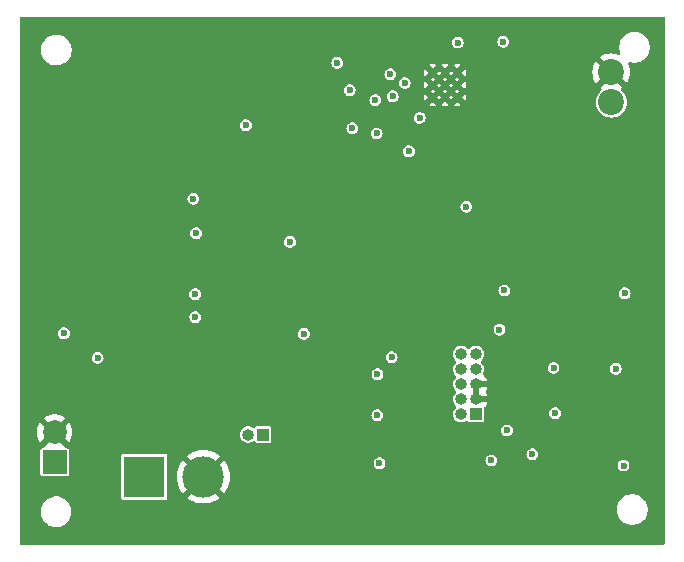
<source format=gbr>
%TF.GenerationSoftware,KiCad,Pcbnew,8.0.5*%
%TF.CreationDate,2025-03-03T10:26:28+01:00*%
%TF.ProjectId,picoballoon,7069636f-6261-46c6-9c6f-6f6e2e6b6963,rev?*%
%TF.SameCoordinates,Original*%
%TF.FileFunction,Copper,L2,Inr*%
%TF.FilePolarity,Positive*%
%FSLAX46Y46*%
G04 Gerber Fmt 4.6, Leading zero omitted, Abs format (unit mm)*
G04 Created by KiCad (PCBNEW 8.0.5) date 2025-03-03 10:26:28*
%MOMM*%
%LPD*%
G01*
G04 APERTURE LIST*
%TA.AperFunction,ComponentPad*%
%ADD10R,2.000000X2.000000*%
%TD*%
%TA.AperFunction,ComponentPad*%
%ADD11C,2.000000*%
%TD*%
%TA.AperFunction,HeatsinkPad*%
%ADD12C,0.500000*%
%TD*%
%TA.AperFunction,ComponentPad*%
%ADD13C,2.200000*%
%TD*%
%TA.AperFunction,ComponentPad*%
%ADD14R,1.000000X1.000000*%
%TD*%
%TA.AperFunction,ComponentPad*%
%ADD15O,1.000000X1.000000*%
%TD*%
%TA.AperFunction,ComponentPad*%
%ADD16R,3.500000X3.500000*%
%TD*%
%TA.AperFunction,ComponentPad*%
%ADD17C,3.500000*%
%TD*%
%TA.AperFunction,ViaPad*%
%ADD18C,0.600000*%
%TD*%
G04 APERTURE END LIST*
D10*
%TO.N,Net-(D1-A)*%
%TO.C,SC1*%
X109910000Y-121795000D03*
D11*
%TO.N,GND*%
X109910000Y-119255000D03*
%TD*%
D12*
%TO.N,GND*%
%TO.C,*%
X141920000Y-89850000D03*
%TD*%
%TO.N,GND*%
%TO.C,*%
X142965000Y-89860000D03*
%TD*%
%TO.N,GND*%
%TO.C,*%
X142960000Y-88810000D03*
%TD*%
%TO.N,GND*%
%TO.C,*%
X144010000Y-89850000D03*
%TD*%
D13*
%TO.N,Net-(AE2-A)*%
%TO.C,AE2*%
X157050000Y-91320000D03*
%TO.N,GND*%
X157050000Y-88780000D03*
%TD*%
D14*
%TO.N,+3.3V*%
%TO.C,J1*%
X145590000Y-117730000D03*
D15*
%TO.N,/SWD_DIO*%
X144320000Y-117730000D03*
%TO.N,GND*%
X145590000Y-116460000D03*
%TO.N,/SWD_CLK*%
X144320000Y-116460000D03*
%TO.N,GND*%
X145590000Y-115190000D03*
%TO.N,unconnected-(J1-Pin_6-Pad6)*%
X144320000Y-115190000D03*
%TO.N,unconnected-(J1-Pin_7-Pad7)*%
X145590000Y-113920000D03*
%TO.N,unconnected-(J1-Pin_8-Pad8)*%
X144320000Y-113920000D03*
%TO.N,unconnected-(J1-Pin_9-Pad9)*%
X145590000Y-112650000D03*
%TO.N,/RESET*%
X144320000Y-112650000D03*
%TD*%
D16*
%TO.N,+U_SC1*%
%TO.C,C1*%
X117510000Y-123030000D03*
D17*
%TO.N,GND*%
X122510000Y-123030000D03*
%TD*%
D12*
%TO.N,GND*%
%TO.C,U1*%
X144015000Y-90910000D03*
X144015000Y-88810000D03*
X141915000Y-90910000D03*
X141915000Y-88810000D03*
%TD*%
%TO.N,GND*%
%TO.C,*%
X142960000Y-90910000D03*
%TD*%
D14*
%TO.N,+U_SC*%
%TO.C,J2*%
X127570000Y-119450000D03*
D15*
%TO.N,+U_SC1*%
X126300000Y-119450000D03*
%TD*%
D18*
%TO.N,GND*%
X161000000Y-102500000D03*
X152270000Y-123780000D03*
X132270000Y-98320000D03*
X118500000Y-84750000D03*
X159990000Y-127210000D03*
X107500000Y-89500000D03*
X153530000Y-93900000D03*
X134250000Y-128250000D03*
X152040000Y-101590000D03*
X138330000Y-116160000D03*
X149250000Y-128250000D03*
X154360000Y-94060000D03*
X152800000Y-97430000D03*
X161000000Y-91500000D03*
X128200000Y-99600000D03*
X152660000Y-93970000D03*
X112250000Y-128250000D03*
X149580000Y-96460000D03*
X109580000Y-115300000D03*
X107500000Y-117500000D03*
X140250000Y-128250000D03*
X159420000Y-102000000D03*
X126250000Y-128250000D03*
X108490000Y-94330000D03*
X150150000Y-117460000D03*
X157220000Y-103610000D03*
X140500000Y-84750000D03*
X148500000Y-84750000D03*
X161000000Y-111500000D03*
X131050000Y-96960000D03*
X110250000Y-128250000D03*
X134620000Y-116450000D03*
X149760000Y-100030000D03*
X132500000Y-84750000D03*
X155730000Y-123480000D03*
X157970000Y-96620000D03*
X116750000Y-87250000D03*
X150700000Y-101790000D03*
X150170000Y-115230000D03*
X107500000Y-101500000D03*
X130500000Y-84750000D03*
X158250000Y-128250000D03*
X115460000Y-119870000D03*
X110740000Y-113180000D03*
X152840000Y-91080000D03*
X161000000Y-106500000D03*
X119220000Y-86050000D03*
X154460000Y-96360000D03*
X107500000Y-108500000D03*
X128250000Y-128250000D03*
X145570000Y-108000000D03*
X134440000Y-94180000D03*
X157250000Y-128250000D03*
X126580000Y-99580000D03*
X124140000Y-86010000D03*
X107500000Y-111500000D03*
X135250000Y-128250000D03*
X123580000Y-115230000D03*
X139500000Y-84750000D03*
X157140000Y-117090000D03*
X135540000Y-92380000D03*
X152500000Y-84750000D03*
X124500000Y-84750000D03*
X142250000Y-128250000D03*
X129500000Y-84750000D03*
X129390000Y-91660000D03*
X113250000Y-128250000D03*
X161000000Y-120500000D03*
X130700000Y-92880000D03*
X142550000Y-119670000D03*
X107500000Y-110500000D03*
X136970000Y-101310000D03*
X152829525Y-96645330D03*
X161000000Y-96500000D03*
X142500000Y-84750000D03*
X131430000Y-124667500D03*
X153100000Y-103380000D03*
X157960000Y-95070000D03*
X159600000Y-109880000D03*
X133970000Y-101750000D03*
X115840000Y-100330000D03*
X128500000Y-84750000D03*
X127320000Y-115700000D03*
X145500000Y-84750000D03*
X137620000Y-107690000D03*
X126090000Y-102450000D03*
X108500000Y-84750000D03*
X157960000Y-94280000D03*
X152020000Y-91600000D03*
X116500000Y-84750000D03*
X147660000Y-89840000D03*
X151160000Y-92470000D03*
X113500000Y-84750000D03*
X149000000Y-89000000D03*
X151500000Y-84750000D03*
X142650000Y-110690000D03*
X147730000Y-87360000D03*
X107500000Y-92500000D03*
X137810000Y-104880000D03*
X119500000Y-84750000D03*
X138350000Y-96400000D03*
X118250000Y-128250000D03*
X107500000Y-97500000D03*
X159620000Y-123850000D03*
X112540000Y-89560000D03*
X117370000Y-102940000D03*
X136160000Y-88790000D03*
X161000000Y-105500000D03*
X156990000Y-118140000D03*
X123500000Y-84750000D03*
X129870000Y-99120000D03*
X123250000Y-128250000D03*
X117500000Y-84750000D03*
X157970000Y-97410000D03*
X153660000Y-96580000D03*
X161000000Y-92500000D03*
X132407266Y-117805498D03*
X121500000Y-84750000D03*
X147250000Y-128250000D03*
X158570000Y-92090000D03*
X161000000Y-86500000D03*
X121120000Y-118350000D03*
X126040000Y-104020000D03*
X108940000Y-97470000D03*
X129090000Y-88020000D03*
X144120000Y-126840000D03*
X159820000Y-122220000D03*
X157420000Y-110720000D03*
X125500000Y-84750000D03*
X109070000Y-106660000D03*
X125310000Y-115480000D03*
X151610000Y-88790000D03*
X142130000Y-125480000D03*
X130250000Y-128250000D03*
X146250000Y-128250000D03*
X118070000Y-118980000D03*
X107500000Y-95500000D03*
X159515097Y-99694018D03*
X133500000Y-84750000D03*
X116250000Y-128250000D03*
X147520000Y-126520000D03*
X152380000Y-88890000D03*
X126630000Y-98030000D03*
X107500000Y-123500000D03*
X147690000Y-88980000D03*
X134460000Y-85620000D03*
X140330000Y-104310000D03*
X138250000Y-128250000D03*
X161000000Y-85500000D03*
X108250000Y-128250000D03*
X152130000Y-114960000D03*
X150500000Y-84750000D03*
X108460000Y-123520000D03*
X148550000Y-90630000D03*
X157970000Y-95830000D03*
X155500000Y-84750000D03*
X132250000Y-128250000D03*
X107500000Y-125500000D03*
X127420000Y-127120000D03*
X153250000Y-128250000D03*
X112430000Y-94020000D03*
X112930000Y-85780000D03*
X158150000Y-102370000D03*
X151020000Y-99880000D03*
X156390000Y-100880000D03*
X140140000Y-107840000D03*
X113270000Y-125030000D03*
X158110000Y-92720000D03*
X145250000Y-128250000D03*
X115500000Y-84750000D03*
X137340000Y-119930000D03*
X161000000Y-122500000D03*
X129290000Y-118210000D03*
X144960000Y-92930000D03*
X107500000Y-114500000D03*
X157450000Y-100950000D03*
X111680000Y-89780000D03*
X148230000Y-100030000D03*
X161000000Y-113500000D03*
X107500000Y-103500000D03*
X111250000Y-128250000D03*
X156500000Y-84750000D03*
X107500000Y-88500000D03*
X114600000Y-99260000D03*
X161000000Y-87500000D03*
X157370000Y-124280000D03*
X157930000Y-93470000D03*
X143500000Y-84750000D03*
X136250000Y-128250000D03*
X107500000Y-84750000D03*
X161000000Y-94500000D03*
X107500000Y-104500000D03*
X147730000Y-90620000D03*
X152320000Y-103310000D03*
X152180000Y-110790000D03*
X148030000Y-98730000D03*
X131500000Y-84750000D03*
X154510000Y-97410000D03*
X144300000Y-98670000D03*
X148580000Y-112210000D03*
X121241067Y-87270300D03*
X158060000Y-101580000D03*
X146500000Y-84750000D03*
X157490000Y-99730000D03*
X161000000Y-123500000D03*
X153640000Y-97570000D03*
X156140000Y-96350000D03*
X148640000Y-101760000D03*
X135380000Y-103410000D03*
X150350000Y-103570000D03*
X126500000Y-84750000D03*
X135000000Y-106420000D03*
X129250000Y-128250000D03*
X107500000Y-126500000D03*
X160500000Y-84750000D03*
X161000000Y-118500000D03*
X137500000Y-84750000D03*
X155250000Y-128250000D03*
X125980000Y-107560000D03*
X161000000Y-124500000D03*
X139130000Y-101730000D03*
X134500000Y-84750000D03*
X161000000Y-108500000D03*
X136680000Y-97250000D03*
X156980000Y-100330000D03*
X132990000Y-96280000D03*
X140000000Y-119400000D03*
X161000000Y-115500000D03*
X161000000Y-121500000D03*
X107500000Y-124500000D03*
X113120000Y-87470000D03*
X150450000Y-98310000D03*
X125250000Y-128250000D03*
X112690000Y-90850000D03*
X158500000Y-84750000D03*
X161000000Y-109500000D03*
X125580000Y-124710000D03*
X151090000Y-126150000D03*
X157990000Y-98220000D03*
X126020000Y-105540000D03*
X135150000Y-121400000D03*
X107500000Y-127500000D03*
X161000000Y-88500000D03*
X134700000Y-118990000D03*
X143250000Y-128250000D03*
X128240000Y-98040000D03*
X107500000Y-87500000D03*
X134160000Y-108240000D03*
X161000000Y-117500000D03*
X111810000Y-114630000D03*
X138500000Y-84750000D03*
X153400000Y-86280000D03*
X107500000Y-93500000D03*
X125950000Y-94860000D03*
X125480000Y-126970000D03*
X150110000Y-110740000D03*
X133910000Y-89290000D03*
X152040000Y-102480000D03*
X147500000Y-84750000D03*
X107500000Y-99500000D03*
X161000000Y-100500000D03*
X149400000Y-98570000D03*
X153000000Y-89450000D03*
X161000000Y-112500000D03*
X121250000Y-128250000D03*
X152030000Y-100750000D03*
X148560000Y-114080000D03*
X156170000Y-97940000D03*
X107500000Y-106500000D03*
X137250000Y-128250000D03*
X108960000Y-102170000D03*
X107500000Y-121500000D03*
X111710000Y-97280000D03*
X129830000Y-94870000D03*
X113400000Y-106270000D03*
X152250000Y-128250000D03*
X144500000Y-84750000D03*
X150250000Y-128250000D03*
X142130000Y-122750000D03*
X138140000Y-115130000D03*
X138420000Y-112040000D03*
X137660000Y-127120000D03*
X125610000Y-122040000D03*
X157920000Y-99010000D03*
X113420000Y-101930000D03*
X129140000Y-115170000D03*
X150680000Y-88940000D03*
X120250000Y-128250000D03*
X161000000Y-101500000D03*
X135660000Y-96450000D03*
X141500000Y-84750000D03*
X154860000Y-95610000D03*
X153500000Y-84750000D03*
X107500000Y-112500000D03*
X112080000Y-91330000D03*
X149260000Y-123840000D03*
X161000000Y-103500000D03*
X124250000Y-128250000D03*
X143200000Y-109670000D03*
X156380000Y-86240000D03*
X148450000Y-121070000D03*
X136530000Y-113430000D03*
X161000000Y-90500000D03*
X132380000Y-120000000D03*
X145150000Y-96420000D03*
X109262939Y-128237369D03*
X132320000Y-127220000D03*
X152190000Y-116700000D03*
X143160000Y-99480000D03*
X127440000Y-113010000D03*
X112500000Y-84750000D03*
X159470000Y-94280000D03*
X110500000Y-84750000D03*
X114990000Y-86350000D03*
X157500000Y-84750000D03*
X107500000Y-105500000D03*
X161000000Y-95500000D03*
X153120000Y-106600000D03*
X107500000Y-119500000D03*
X154790000Y-94760000D03*
X115650000Y-111190000D03*
X107500000Y-91500000D03*
X151160000Y-93240000D03*
X107500000Y-98500000D03*
X151250000Y-128250000D03*
X154380000Y-88700000D03*
X107500000Y-113500000D03*
X161000000Y-110500000D03*
X107500000Y-86500000D03*
X107500000Y-94500000D03*
X159500000Y-84750000D03*
X114250000Y-128250000D03*
X155330000Y-97370000D03*
X107500000Y-120500000D03*
X139760000Y-127090000D03*
X150380000Y-97490000D03*
X127500000Y-84750000D03*
X154250000Y-128250000D03*
X135360000Y-124667500D03*
X161000000Y-99500000D03*
X119250000Y-111580000D03*
X107500000Y-102500000D03*
X121250000Y-111960000D03*
X161000000Y-89500000D03*
X122500000Y-84750000D03*
X111500000Y-84750000D03*
X161000000Y-97500000D03*
X155620000Y-103340000D03*
X161000000Y-119500000D03*
X107500000Y-116500000D03*
X156390000Y-103500000D03*
X119250000Y-128250000D03*
X147710000Y-88160000D03*
X141250000Y-128250000D03*
X161000000Y-125500000D03*
X123220000Y-126930000D03*
X136500000Y-84750000D03*
X111690000Y-116730000D03*
X151200000Y-91690000D03*
X136090000Y-86180000D03*
X157510000Y-127180000D03*
X145490000Y-123860000D03*
X161000000Y-127500000D03*
X151960000Y-99940000D03*
X159815960Y-119121151D03*
X107500000Y-100500000D03*
X117250000Y-128250000D03*
X153980000Y-103340000D03*
X134320000Y-113280000D03*
X161000000Y-126500000D03*
X125770000Y-87600000D03*
X161000000Y-93500000D03*
X146080000Y-99210000D03*
X161000000Y-114500000D03*
X135110000Y-87240000D03*
X114480000Y-126840000D03*
X157870000Y-103150000D03*
X135350000Y-95150000D03*
X134960000Y-127120000D03*
X159690000Y-107430000D03*
X159520000Y-111690000D03*
X107500000Y-109500000D03*
X156130000Y-95530000D03*
X129350000Y-93090000D03*
X129710000Y-127160000D03*
X156150000Y-97150000D03*
X108890000Y-110850000D03*
X107500000Y-122500000D03*
X159820000Y-116760000D03*
X156160000Y-94740000D03*
X141210000Y-119730000D03*
X115250000Y-128250000D03*
X150420000Y-87270000D03*
X108900000Y-113120000D03*
X154740000Y-103370000D03*
X113460000Y-110370000D03*
X149500000Y-84750000D03*
X127860000Y-94870000D03*
X107500000Y-96500000D03*
X107500000Y-118500000D03*
X155760000Y-92480000D03*
X133250000Y-128250000D03*
X150440000Y-112990000D03*
X107500000Y-90500000D03*
X159600000Y-96940000D03*
X107500000Y-85500000D03*
X156160000Y-93190000D03*
X159350000Y-89300000D03*
X151100000Y-94060000D03*
X139250000Y-128250000D03*
X128600000Y-86220000D03*
X156250000Y-128250000D03*
X159600000Y-114010000D03*
X150500000Y-99140000D03*
X149820000Y-88940000D03*
X154480000Y-100130000D03*
X154250000Y-91730000D03*
X150320000Y-96710000D03*
X142310000Y-97590000D03*
X123640000Y-118250000D03*
X122250000Y-128250000D03*
X136510000Y-112180000D03*
X114830000Y-108300000D03*
X148720000Y-89790000D03*
X161000000Y-107500000D03*
X142050000Y-127000000D03*
X135500000Y-84750000D03*
X144250000Y-128250000D03*
X153110000Y-90350000D03*
X161000000Y-104500000D03*
X159560000Y-104510000D03*
X151880000Y-94100000D03*
X107500000Y-107500000D03*
X120170000Y-126490000D03*
X148330000Y-103780000D03*
X131610000Y-95000000D03*
X159250000Y-128250000D03*
X161000000Y-116500000D03*
X107500000Y-115500000D03*
X160250000Y-128250000D03*
X133550000Y-104420000D03*
X154500000Y-84750000D03*
X109500000Y-84750000D03*
X156170000Y-93950000D03*
X116960000Y-126140000D03*
X148250000Y-128250000D03*
X161000000Y-98500000D03*
X152170000Y-112840000D03*
X114500000Y-84750000D03*
X131250000Y-128250000D03*
X120500000Y-84750000D03*
X114550000Y-103820000D03*
X127250000Y-128250000D03*
%TO.N,+3.3V*%
X147910000Y-86200000D03*
X158080000Y-122080000D03*
X121810000Y-107560000D03*
X144780000Y-100170000D03*
X158180000Y-107500000D03*
X144040000Y-86260000D03*
X137060000Y-91150000D03*
X152290000Y-117650000D03*
X126110003Y-93260003D03*
X137170000Y-93960000D03*
X121820000Y-109510000D03*
X150370000Y-121120000D03*
X121900000Y-102410000D03*
X148000000Y-107250000D03*
X129840000Y-103140000D03*
X157417500Y-113872500D03*
X121670000Y-99490000D03*
X146900000Y-121650000D03*
X152155000Y-113816826D03*
X148210000Y-119110000D03*
X131020000Y-110920000D03*
X138345000Y-88945000D03*
X138440000Y-112910000D03*
X113550000Y-112965000D03*
X147580000Y-110570000D03*
X137420000Y-121887500D03*
X110690000Y-110890000D03*
%TO.N,/MISO*%
X138540000Y-90820000D03*
X134900000Y-90290000D03*
%TO.N,/MOSI*%
X139910000Y-95480000D03*
X135130000Y-93530000D03*
%TO.N,/SCLK*%
X139560000Y-89690000D03*
X133850000Y-87980000D03*
X140820000Y-92650000D03*
%TO.N,/SWD_DIO*%
X137240000Y-117819978D03*
X137250000Y-114340000D03*
%TD*%
%TA.AperFunction,Conductor*%
%TO.N,GND*%
G36*
X161512539Y-84079685D02*
G01*
X161558294Y-84132489D01*
X161569500Y-84184000D01*
X161569500Y-128685500D01*
X161549815Y-128752539D01*
X161497011Y-128798294D01*
X161445500Y-128809500D01*
X107094500Y-128809500D01*
X107027461Y-128789815D01*
X106981706Y-128737011D01*
X106970500Y-128685500D01*
X106970500Y-125887648D01*
X108739500Y-125887648D01*
X108739500Y-126092352D01*
X108743878Y-126119995D01*
X108771522Y-126294534D01*
X108834781Y-126489223D01*
X108927715Y-126671613D01*
X109048028Y-126837213D01*
X109192786Y-126981971D01*
X109311854Y-127068477D01*
X109358390Y-127102287D01*
X109474607Y-127161503D01*
X109540776Y-127195218D01*
X109540778Y-127195218D01*
X109540781Y-127195220D01*
X109645137Y-127229127D01*
X109735465Y-127258477D01*
X109836557Y-127274488D01*
X109937648Y-127290500D01*
X109937649Y-127290500D01*
X110142351Y-127290500D01*
X110142352Y-127290500D01*
X110344534Y-127258477D01*
X110539219Y-127195220D01*
X110721610Y-127102287D01*
X110814590Y-127034732D01*
X110887213Y-126981971D01*
X110887215Y-126981968D01*
X110887219Y-126981966D01*
X111031966Y-126837219D01*
X111031968Y-126837215D01*
X111031971Y-126837213D01*
X111084732Y-126764590D01*
X111152287Y-126671610D01*
X111245220Y-126489219D01*
X111308477Y-126294534D01*
X111340500Y-126092352D01*
X111340500Y-125887648D01*
X111310407Y-125697648D01*
X157529500Y-125697648D01*
X157529500Y-125902351D01*
X157561522Y-126104534D01*
X157624781Y-126299223D01*
X157717715Y-126481613D01*
X157838028Y-126647213D01*
X157982786Y-126791971D01*
X158137749Y-126904556D01*
X158148390Y-126912287D01*
X158264607Y-126971503D01*
X158330776Y-127005218D01*
X158330778Y-127005218D01*
X158330781Y-127005220D01*
X158435137Y-127039127D01*
X158525465Y-127068477D01*
X158626557Y-127084488D01*
X158727648Y-127100500D01*
X158727649Y-127100500D01*
X158932351Y-127100500D01*
X158932352Y-127100500D01*
X159134534Y-127068477D01*
X159329219Y-127005220D01*
X159511610Y-126912287D01*
X159614941Y-126837213D01*
X159677213Y-126791971D01*
X159677215Y-126791968D01*
X159677219Y-126791966D01*
X159821966Y-126647219D01*
X159821968Y-126647215D01*
X159821971Y-126647213D01*
X159874732Y-126574590D01*
X159942287Y-126481610D01*
X160035220Y-126299219D01*
X160098477Y-126104534D01*
X160130500Y-125902352D01*
X160130500Y-125697648D01*
X160098477Y-125495466D01*
X160035220Y-125300781D01*
X160035218Y-125300778D01*
X160035218Y-125300776D01*
X160001503Y-125234607D01*
X159942287Y-125118390D01*
X159934556Y-125107749D01*
X159821971Y-124952786D01*
X159677213Y-124808028D01*
X159511613Y-124687715D01*
X159511612Y-124687714D01*
X159511610Y-124687713D01*
X159454653Y-124658691D01*
X159329223Y-124594781D01*
X159134534Y-124531522D01*
X158959995Y-124503878D01*
X158932352Y-124499500D01*
X158727648Y-124499500D01*
X158703329Y-124503351D01*
X158525465Y-124531522D01*
X158330776Y-124594781D01*
X158148386Y-124687715D01*
X157982786Y-124808028D01*
X157838028Y-124952786D01*
X157717715Y-125118386D01*
X157624781Y-125300776D01*
X157561522Y-125495465D01*
X157529500Y-125697648D01*
X111310407Y-125697648D01*
X111308477Y-125685465D01*
X111245218Y-125490776D01*
X111211503Y-125424607D01*
X111152287Y-125308390D01*
X111121153Y-125265537D01*
X111031971Y-125142786D01*
X110887213Y-124998028D01*
X110721613Y-124877715D01*
X110721612Y-124877714D01*
X110721610Y-124877713D01*
X110664653Y-124848691D01*
X110539223Y-124784781D01*
X110344534Y-124721522D01*
X110169995Y-124693878D01*
X110142352Y-124689500D01*
X109937648Y-124689500D01*
X109913329Y-124693351D01*
X109735465Y-124721522D01*
X109540776Y-124784781D01*
X109358386Y-124877715D01*
X109192786Y-124998028D01*
X109048028Y-125142786D01*
X108927715Y-125308386D01*
X108834781Y-125490776D01*
X108771522Y-125685465D01*
X108739500Y-125887648D01*
X106970500Y-125887648D01*
X106970500Y-119254994D01*
X108404859Y-119254994D01*
X108404859Y-119255005D01*
X108425385Y-119502729D01*
X108425387Y-119502738D01*
X108486412Y-119743717D01*
X108586266Y-119971364D01*
X108686564Y-120124882D01*
X109427037Y-119384409D01*
X109444075Y-119447993D01*
X109509901Y-119562007D01*
X109602993Y-119655099D01*
X109717007Y-119720925D01*
X109780590Y-119737962D01*
X109034024Y-120484527D01*
X109023469Y-120530947D01*
X108973602Y-120579886D01*
X108915200Y-120594500D01*
X108890247Y-120594500D01*
X108831770Y-120606131D01*
X108831769Y-120606132D01*
X108765447Y-120650447D01*
X108721132Y-120716769D01*
X108721131Y-120716770D01*
X108709500Y-120775247D01*
X108709500Y-122814752D01*
X108721131Y-122873229D01*
X108721132Y-122873230D01*
X108765447Y-122939552D01*
X108831769Y-122983867D01*
X108831770Y-122983868D01*
X108890247Y-122995499D01*
X108890250Y-122995500D01*
X108890252Y-122995500D01*
X110929750Y-122995500D01*
X110929751Y-122995499D01*
X110944568Y-122992552D01*
X110988229Y-122983868D01*
X110988229Y-122983867D01*
X110988231Y-122983867D01*
X111054552Y-122939552D01*
X111098867Y-122873231D01*
X111098867Y-122873229D01*
X111098868Y-122873229D01*
X111110499Y-122814752D01*
X111110500Y-122814750D01*
X111110500Y-121260247D01*
X115559500Y-121260247D01*
X115559500Y-124799752D01*
X115571131Y-124858229D01*
X115571132Y-124858230D01*
X115615447Y-124924552D01*
X115681769Y-124968867D01*
X115681770Y-124968868D01*
X115740247Y-124980499D01*
X115740250Y-124980500D01*
X115740252Y-124980500D01*
X119279750Y-124980500D01*
X119279751Y-124980499D01*
X119294568Y-124977552D01*
X119338229Y-124968868D01*
X119338229Y-124968867D01*
X119338231Y-124968867D01*
X119404552Y-124924552D01*
X119448867Y-124858231D01*
X119448867Y-124858229D01*
X119448868Y-124858229D01*
X119460499Y-124799752D01*
X119460500Y-124799750D01*
X119460500Y-123030000D01*
X120255172Y-123030000D01*
X120274462Y-123324312D01*
X120274464Y-123324324D01*
X120332001Y-123613584D01*
X120332005Y-123613599D01*
X120426812Y-123892888D01*
X120557258Y-124157406D01*
X120557265Y-124157419D01*
X120721123Y-124402649D01*
X120750405Y-124436040D01*
X122027037Y-123159408D01*
X122044075Y-123222993D01*
X122109901Y-123337007D01*
X122202993Y-123430099D01*
X122317007Y-123495925D01*
X122380590Y-123512962D01*
X121103958Y-124789593D01*
X121137350Y-124818876D01*
X121382580Y-124982734D01*
X121382593Y-124982741D01*
X121647111Y-125113187D01*
X121926400Y-125207994D01*
X121926415Y-125207998D01*
X122215675Y-125265535D01*
X122215687Y-125265537D01*
X122510000Y-125284827D01*
X122804312Y-125265537D01*
X122804324Y-125265535D01*
X123093584Y-125207998D01*
X123093599Y-125207994D01*
X123372888Y-125113187D01*
X123637406Y-124982741D01*
X123637419Y-124982734D01*
X123882648Y-124818877D01*
X123916039Y-124789593D01*
X122639410Y-123512962D01*
X122702993Y-123495925D01*
X122817007Y-123430099D01*
X122910099Y-123337007D01*
X122975925Y-123222993D01*
X122992962Y-123159409D01*
X124269593Y-124436039D01*
X124298877Y-124402648D01*
X124462734Y-124157419D01*
X124462741Y-124157406D01*
X124593187Y-123892888D01*
X124687994Y-123613599D01*
X124687998Y-123613584D01*
X124745535Y-123324324D01*
X124745537Y-123324312D01*
X124764827Y-123030000D01*
X124745537Y-122735687D01*
X124745535Y-122735675D01*
X124687998Y-122446415D01*
X124687994Y-122446400D01*
X124593187Y-122167111D01*
X124462741Y-121902593D01*
X124462734Y-121902580D01*
X124452658Y-121887500D01*
X136914353Y-121887500D01*
X136934834Y-122029956D01*
X136935833Y-122032143D01*
X136994623Y-122160873D01*
X137088872Y-122269643D01*
X137209947Y-122347453D01*
X137209950Y-122347454D01*
X137209949Y-122347454D01*
X137348036Y-122387999D01*
X137348038Y-122388000D01*
X137348039Y-122388000D01*
X137491962Y-122388000D01*
X137491962Y-122387999D01*
X137630053Y-122347453D01*
X137751128Y-122269643D01*
X137845377Y-122160873D01*
X137905165Y-122029957D01*
X137925647Y-121887500D01*
X137905165Y-121745043D01*
X137861760Y-121650000D01*
X146394353Y-121650000D01*
X146414834Y-121792456D01*
X146458240Y-121887500D01*
X146474623Y-121923373D01*
X146568872Y-122032143D01*
X146689947Y-122109953D01*
X146689950Y-122109954D01*
X146689949Y-122109954D01*
X146828036Y-122150499D01*
X146828038Y-122150500D01*
X146828039Y-122150500D01*
X146971962Y-122150500D01*
X146971962Y-122150499D01*
X147110053Y-122109953D01*
X147156661Y-122080000D01*
X157574353Y-122080000D01*
X157594834Y-122222456D01*
X157616384Y-122269643D01*
X157654623Y-122353373D01*
X157748872Y-122462143D01*
X157869947Y-122539953D01*
X157869950Y-122539954D01*
X157869949Y-122539954D01*
X158008036Y-122580499D01*
X158008038Y-122580500D01*
X158008039Y-122580500D01*
X158151962Y-122580500D01*
X158151962Y-122580499D01*
X158290053Y-122539953D01*
X158411128Y-122462143D01*
X158505377Y-122353373D01*
X158565165Y-122222457D01*
X158585647Y-122080000D01*
X158565165Y-121937543D01*
X158505377Y-121806627D01*
X158411128Y-121697857D01*
X158290053Y-121620047D01*
X158290051Y-121620046D01*
X158290049Y-121620045D01*
X158290050Y-121620045D01*
X158151963Y-121579500D01*
X158151961Y-121579500D01*
X158008039Y-121579500D01*
X158008036Y-121579500D01*
X157869949Y-121620045D01*
X157748873Y-121697856D01*
X157654623Y-121806626D01*
X157654622Y-121806628D01*
X157594834Y-121937543D01*
X157574353Y-122080000D01*
X147156661Y-122080000D01*
X147231128Y-122032143D01*
X147325377Y-121923373D01*
X147385165Y-121792457D01*
X147405647Y-121650000D01*
X147385165Y-121507543D01*
X147325377Y-121376627D01*
X147231128Y-121267857D01*
X147110053Y-121190047D01*
X147110051Y-121190046D01*
X147110049Y-121190045D01*
X147110050Y-121190045D01*
X146971963Y-121149500D01*
X146971961Y-121149500D01*
X146828039Y-121149500D01*
X146828036Y-121149500D01*
X146689949Y-121190045D01*
X146568873Y-121267856D01*
X146474623Y-121376626D01*
X146474622Y-121376628D01*
X146414834Y-121507543D01*
X146394353Y-121650000D01*
X137861760Y-121650000D01*
X137845377Y-121614127D01*
X137751128Y-121505357D01*
X137630053Y-121427547D01*
X137630051Y-121427546D01*
X137630049Y-121427545D01*
X137630050Y-121427545D01*
X137491963Y-121387000D01*
X137491961Y-121387000D01*
X137348039Y-121387000D01*
X137348036Y-121387000D01*
X137209949Y-121427545D01*
X137088873Y-121505356D01*
X136994623Y-121614126D01*
X136994622Y-121614128D01*
X136934834Y-121745043D01*
X136914353Y-121887500D01*
X124452658Y-121887500D01*
X124298876Y-121657350D01*
X124269593Y-121623958D01*
X122992962Y-122900589D01*
X122975925Y-122837007D01*
X122910099Y-122722993D01*
X122817007Y-122629901D01*
X122702993Y-122564075D01*
X122639409Y-122547037D01*
X123916040Y-121270405D01*
X123882649Y-121241123D01*
X123701376Y-121120000D01*
X149864353Y-121120000D01*
X149884834Y-121262456D01*
X149944622Y-121393371D01*
X149944623Y-121393373D01*
X150038872Y-121502143D01*
X150159947Y-121579953D01*
X150159950Y-121579954D01*
X150159949Y-121579954D01*
X150267107Y-121611417D01*
X150296496Y-121620047D01*
X150298036Y-121620499D01*
X150298038Y-121620500D01*
X150298039Y-121620500D01*
X150441962Y-121620500D01*
X150441962Y-121620499D01*
X150580053Y-121579953D01*
X150701128Y-121502143D01*
X150795377Y-121393373D01*
X150855165Y-121262457D01*
X150875647Y-121120000D01*
X150855165Y-120977543D01*
X150795377Y-120846627D01*
X150701128Y-120737857D01*
X150580053Y-120660047D01*
X150580051Y-120660046D01*
X150580049Y-120660045D01*
X150580050Y-120660045D01*
X150441963Y-120619500D01*
X150441961Y-120619500D01*
X150298039Y-120619500D01*
X150298036Y-120619500D01*
X150159949Y-120660045D01*
X150038873Y-120737856D01*
X149944623Y-120846626D01*
X149944622Y-120846628D01*
X149884834Y-120977543D01*
X149864353Y-121120000D01*
X123701376Y-121120000D01*
X123637419Y-121077265D01*
X123637406Y-121077258D01*
X123372888Y-120946812D01*
X123093599Y-120852005D01*
X123093584Y-120852001D01*
X122804324Y-120794464D01*
X122804312Y-120794462D01*
X122510000Y-120775172D01*
X122215687Y-120794462D01*
X122215675Y-120794464D01*
X121926415Y-120852001D01*
X121926400Y-120852005D01*
X121647111Y-120946812D01*
X121382593Y-121077258D01*
X121382580Y-121077265D01*
X121137346Y-121241126D01*
X121137339Y-121241131D01*
X121103959Y-121270403D01*
X121103959Y-121270405D01*
X122380591Y-122547037D01*
X122317007Y-122564075D01*
X122202993Y-122629901D01*
X122109901Y-122722993D01*
X122044075Y-122837007D01*
X122027037Y-122900591D01*
X120750405Y-121623959D01*
X120750403Y-121623959D01*
X120721131Y-121657339D01*
X120721126Y-121657346D01*
X120557265Y-121902580D01*
X120557258Y-121902593D01*
X120426812Y-122167111D01*
X120332005Y-122446400D01*
X120332001Y-122446415D01*
X120274464Y-122735675D01*
X120274462Y-122735687D01*
X120255172Y-123030000D01*
X119460500Y-123030000D01*
X119460500Y-121260249D01*
X119460499Y-121260247D01*
X119448868Y-121201770D01*
X119448867Y-121201769D01*
X119404552Y-121135447D01*
X119338230Y-121091132D01*
X119338229Y-121091131D01*
X119279752Y-121079500D01*
X119279748Y-121079500D01*
X115740252Y-121079500D01*
X115740247Y-121079500D01*
X115681770Y-121091131D01*
X115681769Y-121091132D01*
X115615447Y-121135447D01*
X115571132Y-121201769D01*
X115571131Y-121201770D01*
X115559500Y-121260247D01*
X111110500Y-121260247D01*
X111110500Y-120775249D01*
X111110499Y-120775247D01*
X111098868Y-120716770D01*
X111098867Y-120716769D01*
X111054552Y-120650447D01*
X110988230Y-120606132D01*
X110988229Y-120606131D01*
X110929752Y-120594500D01*
X110929748Y-120594500D01*
X110904799Y-120594500D01*
X110837760Y-120574815D01*
X110792005Y-120522011D01*
X110784851Y-120483404D01*
X110039409Y-119737962D01*
X110102993Y-119720925D01*
X110217007Y-119655099D01*
X110310099Y-119562007D01*
X110375925Y-119447993D01*
X110392962Y-119384410D01*
X111133434Y-120124882D01*
X111233731Y-119971369D01*
X111333587Y-119743717D01*
X111394612Y-119502738D01*
X111394614Y-119502729D01*
X111398983Y-119450000D01*
X125594355Y-119450000D01*
X125614859Y-119618869D01*
X125614860Y-119618874D01*
X125675182Y-119777931D01*
X125730500Y-119858071D01*
X125771817Y-119917929D01*
X125832133Y-119971364D01*
X125899150Y-120030736D01*
X126049773Y-120109789D01*
X126049775Y-120109790D01*
X126214944Y-120150500D01*
X126385056Y-120150500D01*
X126550225Y-120109790D01*
X126668641Y-120047640D01*
X126700849Y-120030736D01*
X126700850Y-120030734D01*
X126700852Y-120030734D01*
X126708771Y-120023717D01*
X126772001Y-119993995D01*
X126841265Y-120003175D01*
X126894102Y-120047640D01*
X126925447Y-120094552D01*
X126991769Y-120138867D01*
X126991770Y-120138868D01*
X127050247Y-120150499D01*
X127050250Y-120150500D01*
X127050252Y-120150500D01*
X128089750Y-120150500D01*
X128089751Y-120150499D01*
X128104568Y-120147552D01*
X128148229Y-120138868D01*
X128148229Y-120138867D01*
X128148231Y-120138867D01*
X128214552Y-120094552D01*
X128258867Y-120028231D01*
X128258867Y-120028229D01*
X128258868Y-120028229D01*
X128267552Y-119984568D01*
X128270500Y-119969748D01*
X128270500Y-119110000D01*
X147704353Y-119110000D01*
X147724834Y-119252456D01*
X147756058Y-119320826D01*
X147784623Y-119383373D01*
X147878872Y-119492143D01*
X147999947Y-119569953D01*
X147999950Y-119569954D01*
X147999949Y-119569954D01*
X148138036Y-119610499D01*
X148138038Y-119610500D01*
X148138039Y-119610500D01*
X148281962Y-119610500D01*
X148281962Y-119610499D01*
X148420053Y-119569953D01*
X148541128Y-119492143D01*
X148635377Y-119383373D01*
X148695165Y-119252457D01*
X148715647Y-119110000D01*
X148695165Y-118967543D01*
X148635377Y-118836627D01*
X148541128Y-118727857D01*
X148420053Y-118650047D01*
X148420051Y-118650046D01*
X148420049Y-118650045D01*
X148420050Y-118650045D01*
X148281963Y-118609500D01*
X148281961Y-118609500D01*
X148138039Y-118609500D01*
X148138036Y-118609500D01*
X147999949Y-118650045D01*
X147878873Y-118727856D01*
X147784623Y-118836626D01*
X147784622Y-118836628D01*
X147724834Y-118967543D01*
X147704353Y-119110000D01*
X128270500Y-119110000D01*
X128270500Y-118930252D01*
X128270500Y-118930249D01*
X128270499Y-118930247D01*
X128258868Y-118871770D01*
X128258867Y-118871769D01*
X128214552Y-118805447D01*
X128148230Y-118761132D01*
X128148229Y-118761131D01*
X128089752Y-118749500D01*
X128089748Y-118749500D01*
X127050252Y-118749500D01*
X127050247Y-118749500D01*
X126991770Y-118761131D01*
X126991769Y-118761132D01*
X126925448Y-118805446D01*
X126894102Y-118852360D01*
X126840489Y-118897164D01*
X126771164Y-118905871D01*
X126708773Y-118876283D01*
X126700852Y-118869266D01*
X126700850Y-118869264D01*
X126550226Y-118790210D01*
X126385056Y-118749500D01*
X126214944Y-118749500D01*
X126049773Y-118790210D01*
X125899150Y-118869263D01*
X125771816Y-118982072D01*
X125675182Y-119122068D01*
X125614860Y-119281125D01*
X125614859Y-119281130D01*
X125594355Y-119450000D01*
X111398983Y-119450000D01*
X111415141Y-119255005D01*
X111415141Y-119254994D01*
X111394614Y-119007270D01*
X111394612Y-119007261D01*
X111333587Y-118766282D01*
X111233731Y-118538630D01*
X111133434Y-118385116D01*
X110392962Y-119125589D01*
X110375925Y-119062007D01*
X110310099Y-118947993D01*
X110217007Y-118854901D01*
X110102993Y-118789075D01*
X110039410Y-118772037D01*
X110780057Y-118031390D01*
X110780056Y-118031389D01*
X110733229Y-117994943D01*
X110514614Y-117876635D01*
X110514603Y-117876630D01*
X110349583Y-117819978D01*
X136734353Y-117819978D01*
X136754834Y-117962434D01*
X136798447Y-118057931D01*
X136814623Y-118093351D01*
X136908872Y-118202121D01*
X137029947Y-118279931D01*
X137029950Y-118279932D01*
X137029949Y-118279932D01*
X137168036Y-118320477D01*
X137168038Y-118320478D01*
X137168039Y-118320478D01*
X137311962Y-118320478D01*
X137311962Y-118320477D01*
X137450053Y-118279931D01*
X137571128Y-118202121D01*
X137665377Y-118093351D01*
X137725165Y-117962435D01*
X137745647Y-117819978D01*
X137725165Y-117677521D01*
X137665377Y-117546605D01*
X137571128Y-117437835D01*
X137450053Y-117360025D01*
X137450051Y-117360024D01*
X137450049Y-117360023D01*
X137450050Y-117360023D01*
X137311963Y-117319478D01*
X137311961Y-117319478D01*
X137168039Y-117319478D01*
X137168036Y-117319478D01*
X137029949Y-117360023D01*
X136908873Y-117437834D01*
X136814623Y-117546604D01*
X136814622Y-117546606D01*
X136754834Y-117677521D01*
X136734353Y-117819978D01*
X110349583Y-117819978D01*
X110279493Y-117795916D01*
X110034293Y-117755000D01*
X109785707Y-117755000D01*
X109540506Y-117795916D01*
X109305396Y-117876630D01*
X109305390Y-117876632D01*
X109086761Y-117994949D01*
X109039942Y-118031388D01*
X109039942Y-118031390D01*
X109780590Y-118772037D01*
X109717007Y-118789075D01*
X109602993Y-118854901D01*
X109509901Y-118947993D01*
X109444075Y-119062007D01*
X109427037Y-119125589D01*
X108686564Y-118385116D01*
X108586267Y-118538632D01*
X108486412Y-118766282D01*
X108425387Y-119007261D01*
X108425385Y-119007270D01*
X108404859Y-119254994D01*
X106970500Y-119254994D01*
X106970500Y-114340000D01*
X136744353Y-114340000D01*
X136764834Y-114482456D01*
X136809286Y-114579790D01*
X136824623Y-114613373D01*
X136918872Y-114722143D01*
X137039947Y-114799953D01*
X137039950Y-114799954D01*
X137039949Y-114799954D01*
X137178036Y-114840499D01*
X137178038Y-114840500D01*
X137178039Y-114840500D01*
X137321962Y-114840500D01*
X137321962Y-114840499D01*
X137429121Y-114809035D01*
X137460050Y-114799954D01*
X137460050Y-114799953D01*
X137460053Y-114799953D01*
X137581128Y-114722143D01*
X137675377Y-114613373D01*
X137735165Y-114482457D01*
X137755647Y-114340000D01*
X137735165Y-114197543D01*
X137675377Y-114066627D01*
X137581128Y-113957857D01*
X137460053Y-113880047D01*
X137460051Y-113880046D01*
X137460049Y-113880045D01*
X137460050Y-113880045D01*
X137321963Y-113839500D01*
X137321961Y-113839500D01*
X137178039Y-113839500D01*
X137178036Y-113839500D01*
X137039949Y-113880045D01*
X136918873Y-113957856D01*
X136824623Y-114066626D01*
X136824622Y-114066628D01*
X136764834Y-114197543D01*
X136744353Y-114340000D01*
X106970500Y-114340000D01*
X106970500Y-112965000D01*
X113044353Y-112965000D01*
X113064834Y-113107456D01*
X113099504Y-113183371D01*
X113124623Y-113238373D01*
X113218872Y-113347143D01*
X113339947Y-113424953D01*
X113339950Y-113424954D01*
X113339949Y-113424954D01*
X113478036Y-113465499D01*
X113478038Y-113465500D01*
X113478039Y-113465500D01*
X113621962Y-113465500D01*
X113621962Y-113465499D01*
X113760053Y-113424953D01*
X113881128Y-113347143D01*
X113975377Y-113238373D01*
X114035165Y-113107457D01*
X114055647Y-112965000D01*
X114047739Y-112910000D01*
X137934353Y-112910000D01*
X137954834Y-113052456D01*
X137979952Y-113107456D01*
X138014623Y-113183373D01*
X138108872Y-113292143D01*
X138229947Y-113369953D01*
X138229950Y-113369954D01*
X138229949Y-113369954D01*
X138368036Y-113410499D01*
X138368038Y-113410500D01*
X138368039Y-113410500D01*
X138511962Y-113410500D01*
X138511962Y-113410499D01*
X138623277Y-113377815D01*
X138650050Y-113369954D01*
X138650050Y-113369953D01*
X138650053Y-113369953D01*
X138771128Y-113292143D01*
X138865377Y-113183373D01*
X138925165Y-113052457D01*
X138945647Y-112910000D01*
X138925165Y-112767543D01*
X138871484Y-112650000D01*
X143614355Y-112650000D01*
X143634859Y-112818869D01*
X143634860Y-112818874D01*
X143695182Y-112977931D01*
X143791818Y-113117930D01*
X143875634Y-113192185D01*
X143912761Y-113251374D01*
X143911993Y-113321240D01*
X143875634Y-113377815D01*
X143791818Y-113452069D01*
X143695182Y-113592068D01*
X143634860Y-113751125D01*
X143634859Y-113751130D01*
X143614355Y-113920000D01*
X143634859Y-114088869D01*
X143634860Y-114088874D01*
X143695182Y-114247931D01*
X143743082Y-114317325D01*
X143781511Y-114372999D01*
X143791818Y-114387930D01*
X143875634Y-114462185D01*
X143912761Y-114521374D01*
X143911993Y-114591240D01*
X143875634Y-114647815D01*
X143791818Y-114722069D01*
X143695182Y-114862068D01*
X143634860Y-115021125D01*
X143634859Y-115021130D01*
X143614355Y-115190000D01*
X143634859Y-115358869D01*
X143634860Y-115358874D01*
X143695182Y-115517931D01*
X143791818Y-115657930D01*
X143875634Y-115732185D01*
X143912761Y-115791374D01*
X143911993Y-115861240D01*
X143875634Y-115917815D01*
X143791818Y-115992069D01*
X143695182Y-116132068D01*
X143634860Y-116291125D01*
X143634859Y-116291130D01*
X143614355Y-116460000D01*
X143634859Y-116628869D01*
X143634860Y-116628874D01*
X143695182Y-116787931D01*
X143791818Y-116927930D01*
X143875634Y-117002185D01*
X143912761Y-117061374D01*
X143911993Y-117131240D01*
X143875634Y-117187815D01*
X143791818Y-117262069D01*
X143695182Y-117402068D01*
X143634860Y-117561125D01*
X143634859Y-117561130D01*
X143614355Y-117730000D01*
X143634859Y-117898869D01*
X143634860Y-117898874D01*
X143695182Y-118057931D01*
X143731091Y-118109953D01*
X143791817Y-118197929D01*
X143884380Y-118279932D01*
X143919150Y-118310736D01*
X144069773Y-118389789D01*
X144069775Y-118389790D01*
X144234944Y-118430500D01*
X144405056Y-118430500D01*
X144570225Y-118389790D01*
X144702287Y-118320478D01*
X144720849Y-118310736D01*
X144720850Y-118310734D01*
X144720852Y-118310734D01*
X144728771Y-118303717D01*
X144792001Y-118273995D01*
X144861265Y-118283175D01*
X144914102Y-118327640D01*
X144945447Y-118374552D01*
X145011769Y-118418867D01*
X145011770Y-118418868D01*
X145070247Y-118430499D01*
X145070250Y-118430500D01*
X145070252Y-118430500D01*
X146109750Y-118430500D01*
X146109751Y-118430499D01*
X146124568Y-118427552D01*
X146168229Y-118418868D01*
X146168229Y-118418867D01*
X146168231Y-118418867D01*
X146234552Y-118374552D01*
X146278867Y-118308231D01*
X146278867Y-118308229D01*
X146278868Y-118308229D01*
X146290499Y-118249752D01*
X146290500Y-118249750D01*
X146290500Y-117650000D01*
X151784353Y-117650000D01*
X151804834Y-117792456D01*
X151864622Y-117923371D01*
X151864623Y-117923373D01*
X151958872Y-118032143D01*
X152079947Y-118109953D01*
X152079950Y-118109954D01*
X152079949Y-118109954D01*
X152218036Y-118150499D01*
X152218038Y-118150500D01*
X152218039Y-118150500D01*
X152361962Y-118150500D01*
X152361962Y-118150499D01*
X152500053Y-118109953D01*
X152621128Y-118032143D01*
X152715377Y-117923373D01*
X152775165Y-117792457D01*
X152795647Y-117650000D01*
X152775165Y-117507543D01*
X152715377Y-117376627D01*
X152621128Y-117267857D01*
X152500053Y-117190047D01*
X152500051Y-117190046D01*
X152500049Y-117190045D01*
X152500050Y-117190045D01*
X152361963Y-117149500D01*
X152361961Y-117149500D01*
X152218039Y-117149500D01*
X152218036Y-117149500D01*
X152079949Y-117190045D01*
X151958873Y-117267856D01*
X151864623Y-117376626D01*
X151864622Y-117376628D01*
X151804834Y-117507543D01*
X151784353Y-117650000D01*
X146290500Y-117650000D01*
X146290500Y-117227115D01*
X146310185Y-117160076D01*
X146318647Y-117148450D01*
X146425492Y-117018260D01*
X146425496Y-117018253D01*
X146518347Y-116844541D01*
X146559160Y-116710000D01*
X145799618Y-116710000D01*
X145850064Y-116659554D01*
X145892851Y-116585445D01*
X145915000Y-116502787D01*
X145915000Y-116417213D01*
X145892851Y-116334555D01*
X145850064Y-116260446D01*
X145799618Y-116210000D01*
X145840000Y-116210000D01*
X146559160Y-116210000D01*
X146559160Y-116209999D01*
X146518347Y-116075458D01*
X146425497Y-115901747D01*
X146422111Y-115896680D01*
X146423665Y-115895641D01*
X146399759Y-115839361D01*
X146411547Y-115770493D01*
X146422441Y-115753540D01*
X146422111Y-115753320D01*
X146425497Y-115748252D01*
X146518347Y-115574541D01*
X146559160Y-115440000D01*
X145840000Y-115440000D01*
X145840000Y-116210000D01*
X145799618Y-116210000D01*
X145789554Y-116199936D01*
X145715445Y-116157149D01*
X145632787Y-116135000D01*
X145547213Y-116135000D01*
X145464555Y-116157149D01*
X145390446Y-116199936D01*
X145340000Y-116250382D01*
X145340000Y-115399618D01*
X145390446Y-115450064D01*
X145464555Y-115492851D01*
X145547213Y-115515000D01*
X145632787Y-115515000D01*
X145715445Y-115492851D01*
X145789554Y-115450064D01*
X145850064Y-115389554D01*
X145892851Y-115315445D01*
X145915000Y-115232787D01*
X145915000Y-115147213D01*
X145892851Y-115064555D01*
X145850064Y-114990446D01*
X145799618Y-114940000D01*
X146559160Y-114940000D01*
X146559160Y-114939999D01*
X146518347Y-114805458D01*
X146425496Y-114631746D01*
X146425492Y-114631739D01*
X146300528Y-114479471D01*
X146231990Y-114423223D01*
X146192656Y-114365477D01*
X146190785Y-114295632D01*
X146208607Y-114256928D01*
X146214817Y-114247931D01*
X146214816Y-114247931D01*
X146214818Y-114247930D01*
X146275140Y-114088872D01*
X146295645Y-113920000D01*
X146283117Y-113816826D01*
X151649353Y-113816826D01*
X151669834Y-113959282D01*
X151718857Y-114066626D01*
X151729623Y-114090199D01*
X151823872Y-114198969D01*
X151944947Y-114276779D01*
X151944950Y-114276780D01*
X151944949Y-114276780D01*
X152083036Y-114317325D01*
X152083038Y-114317326D01*
X152083039Y-114317326D01*
X152226962Y-114317326D01*
X152226962Y-114317325D01*
X152365053Y-114276779D01*
X152486128Y-114198969D01*
X152580377Y-114090199D01*
X152640165Y-113959283D01*
X152652642Y-113872500D01*
X156911853Y-113872500D01*
X156932334Y-114014956D01*
X156966090Y-114088869D01*
X156992123Y-114145873D01*
X157086372Y-114254643D01*
X157207447Y-114332453D01*
X157207450Y-114332454D01*
X157207449Y-114332454D01*
X157345536Y-114372999D01*
X157345538Y-114373000D01*
X157345539Y-114373000D01*
X157489462Y-114373000D01*
X157489462Y-114372999D01*
X157627553Y-114332453D01*
X157748628Y-114254643D01*
X157842877Y-114145873D01*
X157902665Y-114014957D01*
X157923147Y-113872500D01*
X157902665Y-113730043D01*
X157842877Y-113599127D01*
X157748628Y-113490357D01*
X157627553Y-113412547D01*
X157627551Y-113412546D01*
X157627549Y-113412545D01*
X157627550Y-113412545D01*
X157489463Y-113372000D01*
X157489461Y-113372000D01*
X157345539Y-113372000D01*
X157345536Y-113372000D01*
X157207449Y-113412545D01*
X157086373Y-113490356D01*
X156992123Y-113599126D01*
X156992122Y-113599128D01*
X156932334Y-113730043D01*
X156911853Y-113872500D01*
X152652642Y-113872500D01*
X152660647Y-113816826D01*
X152640165Y-113674369D01*
X152580377Y-113543453D01*
X152486128Y-113434683D01*
X152365053Y-113356873D01*
X152365051Y-113356872D01*
X152365049Y-113356871D01*
X152365050Y-113356871D01*
X152226963Y-113316326D01*
X152226961Y-113316326D01*
X152083039Y-113316326D01*
X152083036Y-113316326D01*
X151944949Y-113356871D01*
X151823873Y-113434682D01*
X151729623Y-113543452D01*
X151729622Y-113543454D01*
X151669834Y-113674369D01*
X151649353Y-113816826D01*
X146283117Y-113816826D01*
X146275140Y-113751128D01*
X146214818Y-113592070D01*
X146118183Y-113452071D01*
X146034363Y-113377813D01*
X145997238Y-113318626D01*
X145998006Y-113248761D01*
X146034363Y-113192186D01*
X146118183Y-113117929D01*
X146214818Y-112977930D01*
X146275140Y-112818872D01*
X146295645Y-112650000D01*
X146275140Y-112481128D01*
X146214818Y-112322070D01*
X146118183Y-112182071D01*
X145990852Y-112069266D01*
X145990849Y-112069263D01*
X145840226Y-111990210D01*
X145675056Y-111949500D01*
X145504944Y-111949500D01*
X145339773Y-111990210D01*
X145189150Y-112069263D01*
X145061815Y-112182072D01*
X145057049Y-112188978D01*
X145002766Y-112232968D01*
X144933317Y-112240627D01*
X144870753Y-112209523D01*
X144852951Y-112188978D01*
X144848184Y-112182072D01*
X144720849Y-112069263D01*
X144570226Y-111990210D01*
X144405056Y-111949500D01*
X144234944Y-111949500D01*
X144069773Y-111990210D01*
X143919150Y-112069263D01*
X143791816Y-112182072D01*
X143695182Y-112322068D01*
X143634860Y-112481125D01*
X143634859Y-112481130D01*
X143614355Y-112650000D01*
X138871484Y-112650000D01*
X138865377Y-112636627D01*
X138771128Y-112527857D01*
X138650053Y-112450047D01*
X138650051Y-112450046D01*
X138650049Y-112450045D01*
X138650050Y-112450045D01*
X138511963Y-112409500D01*
X138511961Y-112409500D01*
X138368039Y-112409500D01*
X138368036Y-112409500D01*
X138229949Y-112450045D01*
X138108873Y-112527856D01*
X138014623Y-112636626D01*
X138014622Y-112636628D01*
X137954834Y-112767543D01*
X137934353Y-112910000D01*
X114047739Y-112910000D01*
X114035165Y-112822543D01*
X113975377Y-112691627D01*
X113881128Y-112582857D01*
X113760053Y-112505047D01*
X113760051Y-112505046D01*
X113760049Y-112505045D01*
X113760050Y-112505045D01*
X113621963Y-112464500D01*
X113621961Y-112464500D01*
X113478039Y-112464500D01*
X113478036Y-112464500D01*
X113339949Y-112505045D01*
X113218873Y-112582856D01*
X113124623Y-112691626D01*
X113124622Y-112691628D01*
X113064834Y-112822543D01*
X113044353Y-112965000D01*
X106970500Y-112965000D01*
X106970500Y-110890000D01*
X110184353Y-110890000D01*
X110204834Y-111032456D01*
X110264622Y-111163371D01*
X110264623Y-111163373D01*
X110358872Y-111272143D01*
X110479947Y-111349953D01*
X110479950Y-111349954D01*
X110479949Y-111349954D01*
X110618036Y-111390499D01*
X110618038Y-111390500D01*
X110618039Y-111390500D01*
X110761962Y-111390500D01*
X110761962Y-111390499D01*
X110900053Y-111349953D01*
X111021128Y-111272143D01*
X111115377Y-111163373D01*
X111175165Y-111032457D01*
X111191334Y-110920000D01*
X130514353Y-110920000D01*
X130534834Y-111062456D01*
X130538508Y-111070500D01*
X130594623Y-111193373D01*
X130688872Y-111302143D01*
X130809947Y-111379953D01*
X130809950Y-111379954D01*
X130809949Y-111379954D01*
X130948036Y-111420499D01*
X130948038Y-111420500D01*
X130948039Y-111420500D01*
X131091962Y-111420500D01*
X131091962Y-111420499D01*
X131230053Y-111379953D01*
X131351128Y-111302143D01*
X131445377Y-111193373D01*
X131505165Y-111062457D01*
X131525647Y-110920000D01*
X131505165Y-110777543D01*
X131445377Y-110646627D01*
X131378980Y-110570000D01*
X147074353Y-110570000D01*
X147094834Y-110712456D01*
X147110858Y-110747543D01*
X147154623Y-110843373D01*
X147248872Y-110952143D01*
X147369947Y-111029953D01*
X147369950Y-111029954D01*
X147369949Y-111029954D01*
X147508036Y-111070499D01*
X147508038Y-111070500D01*
X147508039Y-111070500D01*
X147651962Y-111070500D01*
X147651962Y-111070499D01*
X147781525Y-111032457D01*
X147790050Y-111029954D01*
X147790050Y-111029953D01*
X147790053Y-111029953D01*
X147911128Y-110952143D01*
X148005377Y-110843373D01*
X148065165Y-110712457D01*
X148085647Y-110570000D01*
X148065165Y-110427543D01*
X148005377Y-110296627D01*
X147911128Y-110187857D01*
X147790053Y-110110047D01*
X147790051Y-110110046D01*
X147790049Y-110110045D01*
X147790050Y-110110045D01*
X147651963Y-110069500D01*
X147651961Y-110069500D01*
X147508039Y-110069500D01*
X147508036Y-110069500D01*
X147369949Y-110110045D01*
X147248873Y-110187856D01*
X147154623Y-110296626D01*
X147154622Y-110296628D01*
X147094834Y-110427543D01*
X147074353Y-110570000D01*
X131378980Y-110570000D01*
X131351128Y-110537857D01*
X131230053Y-110460047D01*
X131230051Y-110460046D01*
X131230049Y-110460045D01*
X131230050Y-110460045D01*
X131091963Y-110419500D01*
X131091961Y-110419500D01*
X130948039Y-110419500D01*
X130948036Y-110419500D01*
X130809949Y-110460045D01*
X130688873Y-110537856D01*
X130594623Y-110646626D01*
X130594622Y-110646628D01*
X130534834Y-110777543D01*
X130514353Y-110920000D01*
X111191334Y-110920000D01*
X111195647Y-110890000D01*
X111175165Y-110747543D01*
X111115377Y-110616627D01*
X111021128Y-110507857D01*
X110900053Y-110430047D01*
X110900051Y-110430046D01*
X110900049Y-110430045D01*
X110900050Y-110430045D01*
X110761963Y-110389500D01*
X110761961Y-110389500D01*
X110618039Y-110389500D01*
X110618036Y-110389500D01*
X110479949Y-110430045D01*
X110358873Y-110507856D01*
X110264623Y-110616626D01*
X110264622Y-110616628D01*
X110204834Y-110747543D01*
X110184353Y-110890000D01*
X106970500Y-110890000D01*
X106970500Y-109510000D01*
X121314353Y-109510000D01*
X121334834Y-109652456D01*
X121394622Y-109783371D01*
X121394623Y-109783373D01*
X121488872Y-109892143D01*
X121609947Y-109969953D01*
X121609950Y-109969954D01*
X121609949Y-109969954D01*
X121748036Y-110010499D01*
X121748038Y-110010500D01*
X121748039Y-110010500D01*
X121891962Y-110010500D01*
X121891962Y-110010499D01*
X122030053Y-109969953D01*
X122151128Y-109892143D01*
X122245377Y-109783373D01*
X122305165Y-109652457D01*
X122325647Y-109510000D01*
X122305165Y-109367543D01*
X122245377Y-109236627D01*
X122151128Y-109127857D01*
X122030053Y-109050047D01*
X122030051Y-109050046D01*
X122030049Y-109050045D01*
X122030050Y-109050045D01*
X121891963Y-109009500D01*
X121891961Y-109009500D01*
X121748039Y-109009500D01*
X121748036Y-109009500D01*
X121609949Y-109050045D01*
X121488873Y-109127856D01*
X121394623Y-109236626D01*
X121394622Y-109236628D01*
X121334834Y-109367543D01*
X121314353Y-109510000D01*
X106970500Y-109510000D01*
X106970500Y-107560000D01*
X121304353Y-107560000D01*
X121324834Y-107702456D01*
X121384622Y-107833371D01*
X121384623Y-107833373D01*
X121478872Y-107942143D01*
X121599947Y-108019953D01*
X121599950Y-108019954D01*
X121599949Y-108019954D01*
X121738036Y-108060499D01*
X121738038Y-108060500D01*
X121738039Y-108060500D01*
X121881962Y-108060500D01*
X121881962Y-108060499D01*
X122020053Y-108019953D01*
X122141128Y-107942143D01*
X122235377Y-107833373D01*
X122295165Y-107702457D01*
X122315647Y-107560000D01*
X122295165Y-107417543D01*
X122235377Y-107286627D01*
X122203640Y-107250000D01*
X147494353Y-107250000D01*
X147514834Y-107392456D01*
X147563949Y-107500000D01*
X147574623Y-107523373D01*
X147668872Y-107632143D01*
X147789947Y-107709953D01*
X147789950Y-107709954D01*
X147789949Y-107709954D01*
X147928036Y-107750499D01*
X147928038Y-107750500D01*
X147928039Y-107750500D01*
X148071962Y-107750500D01*
X148071962Y-107750499D01*
X148210053Y-107709953D01*
X148331128Y-107632143D01*
X148425377Y-107523373D01*
X148436051Y-107500000D01*
X157674353Y-107500000D01*
X157694834Y-107642456D01*
X157725660Y-107709954D01*
X157754623Y-107773373D01*
X157848872Y-107882143D01*
X157969947Y-107959953D01*
X157969950Y-107959954D01*
X157969949Y-107959954D01*
X158108036Y-108000499D01*
X158108038Y-108000500D01*
X158108039Y-108000500D01*
X158251962Y-108000500D01*
X158251962Y-108000499D01*
X158390053Y-107959953D01*
X158511128Y-107882143D01*
X158605377Y-107773373D01*
X158665165Y-107642457D01*
X158685647Y-107500000D01*
X158665165Y-107357543D01*
X158605377Y-107226627D01*
X158511128Y-107117857D01*
X158390053Y-107040047D01*
X158390051Y-107040046D01*
X158390049Y-107040045D01*
X158390050Y-107040045D01*
X158251963Y-106999500D01*
X158251961Y-106999500D01*
X158108039Y-106999500D01*
X158108036Y-106999500D01*
X157969949Y-107040045D01*
X157848873Y-107117856D01*
X157754623Y-107226626D01*
X157754622Y-107226628D01*
X157694834Y-107357543D01*
X157674353Y-107500000D01*
X148436051Y-107500000D01*
X148485165Y-107392457D01*
X148505647Y-107250000D01*
X148485165Y-107107543D01*
X148425377Y-106976627D01*
X148331128Y-106867857D01*
X148210053Y-106790047D01*
X148210051Y-106790046D01*
X148210049Y-106790045D01*
X148210050Y-106790045D01*
X148071963Y-106749500D01*
X148071961Y-106749500D01*
X147928039Y-106749500D01*
X147928036Y-106749500D01*
X147789949Y-106790045D01*
X147668873Y-106867856D01*
X147574623Y-106976626D01*
X147574622Y-106976628D01*
X147514834Y-107107543D01*
X147494353Y-107250000D01*
X122203640Y-107250000D01*
X122141128Y-107177857D01*
X122020053Y-107100047D01*
X122020051Y-107100046D01*
X122020049Y-107100045D01*
X122020050Y-107100045D01*
X121881963Y-107059500D01*
X121881961Y-107059500D01*
X121738039Y-107059500D01*
X121738036Y-107059500D01*
X121599949Y-107100045D01*
X121478873Y-107177856D01*
X121384623Y-107286626D01*
X121384622Y-107286628D01*
X121324834Y-107417543D01*
X121304353Y-107560000D01*
X106970500Y-107560000D01*
X106970500Y-103140000D01*
X129334353Y-103140000D01*
X129354834Y-103282456D01*
X129414622Y-103413371D01*
X129414623Y-103413373D01*
X129508872Y-103522143D01*
X129629947Y-103599953D01*
X129629950Y-103599954D01*
X129629949Y-103599954D01*
X129768036Y-103640499D01*
X129768038Y-103640500D01*
X129768039Y-103640500D01*
X129911962Y-103640500D01*
X129911962Y-103640499D01*
X130050053Y-103599953D01*
X130171128Y-103522143D01*
X130265377Y-103413373D01*
X130325165Y-103282457D01*
X130345647Y-103140000D01*
X130325165Y-102997543D01*
X130265377Y-102866627D01*
X130171128Y-102757857D01*
X130050053Y-102680047D01*
X130050051Y-102680046D01*
X130050049Y-102680045D01*
X130050050Y-102680045D01*
X129911963Y-102639500D01*
X129911961Y-102639500D01*
X129768039Y-102639500D01*
X129768036Y-102639500D01*
X129629949Y-102680045D01*
X129508873Y-102757856D01*
X129414623Y-102866626D01*
X129414622Y-102866628D01*
X129354834Y-102997543D01*
X129334353Y-103140000D01*
X106970500Y-103140000D01*
X106970500Y-102410000D01*
X121394353Y-102410000D01*
X121414834Y-102552456D01*
X121473103Y-102680045D01*
X121474623Y-102683373D01*
X121568872Y-102792143D01*
X121689947Y-102869953D01*
X121689950Y-102869954D01*
X121689949Y-102869954D01*
X121828036Y-102910499D01*
X121828038Y-102910500D01*
X121828039Y-102910500D01*
X121971962Y-102910500D01*
X121971962Y-102910499D01*
X122110053Y-102869953D01*
X122231128Y-102792143D01*
X122325377Y-102683373D01*
X122385165Y-102552457D01*
X122405647Y-102410000D01*
X122385165Y-102267543D01*
X122325377Y-102136627D01*
X122231128Y-102027857D01*
X122110053Y-101950047D01*
X122110051Y-101950046D01*
X122110049Y-101950045D01*
X122110050Y-101950045D01*
X121971963Y-101909500D01*
X121971961Y-101909500D01*
X121828039Y-101909500D01*
X121828036Y-101909500D01*
X121689949Y-101950045D01*
X121568873Y-102027856D01*
X121474623Y-102136626D01*
X121474622Y-102136628D01*
X121414834Y-102267543D01*
X121394353Y-102410000D01*
X106970500Y-102410000D01*
X106970500Y-100170000D01*
X144274353Y-100170000D01*
X144294834Y-100312456D01*
X144354622Y-100443371D01*
X144354623Y-100443373D01*
X144448872Y-100552143D01*
X144569947Y-100629953D01*
X144569950Y-100629954D01*
X144569949Y-100629954D01*
X144708036Y-100670499D01*
X144708038Y-100670500D01*
X144708039Y-100670500D01*
X144851962Y-100670500D01*
X144851962Y-100670499D01*
X144990053Y-100629953D01*
X145111128Y-100552143D01*
X145205377Y-100443373D01*
X145265165Y-100312457D01*
X145285647Y-100170000D01*
X145265165Y-100027543D01*
X145205377Y-99896627D01*
X145111128Y-99787857D01*
X144990053Y-99710047D01*
X144990051Y-99710046D01*
X144990049Y-99710045D01*
X144990050Y-99710045D01*
X144851963Y-99669500D01*
X144851961Y-99669500D01*
X144708039Y-99669500D01*
X144708036Y-99669500D01*
X144569949Y-99710045D01*
X144448873Y-99787856D01*
X144354623Y-99896626D01*
X144354622Y-99896628D01*
X144294834Y-100027543D01*
X144274353Y-100170000D01*
X106970500Y-100170000D01*
X106970500Y-99490000D01*
X121164353Y-99490000D01*
X121184834Y-99632456D01*
X121244622Y-99763371D01*
X121244623Y-99763373D01*
X121338872Y-99872143D01*
X121459947Y-99949953D01*
X121459950Y-99949954D01*
X121459949Y-99949954D01*
X121598036Y-99990499D01*
X121598038Y-99990500D01*
X121598039Y-99990500D01*
X121741962Y-99990500D01*
X121741962Y-99990499D01*
X121880053Y-99949953D01*
X122001128Y-99872143D01*
X122095377Y-99763373D01*
X122155165Y-99632457D01*
X122175647Y-99490000D01*
X122155165Y-99347543D01*
X122095377Y-99216627D01*
X122001128Y-99107857D01*
X121880053Y-99030047D01*
X121880051Y-99030046D01*
X121880049Y-99030045D01*
X121880050Y-99030045D01*
X121741963Y-98989500D01*
X121741961Y-98989500D01*
X121598039Y-98989500D01*
X121598036Y-98989500D01*
X121459949Y-99030045D01*
X121338873Y-99107856D01*
X121244623Y-99216626D01*
X121244622Y-99216628D01*
X121184834Y-99347543D01*
X121164353Y-99490000D01*
X106970500Y-99490000D01*
X106970500Y-95480000D01*
X139404353Y-95480000D01*
X139424834Y-95622456D01*
X139484622Y-95753371D01*
X139484623Y-95753373D01*
X139578872Y-95862143D01*
X139699947Y-95939953D01*
X139699950Y-95939954D01*
X139699949Y-95939954D01*
X139838036Y-95980499D01*
X139838038Y-95980500D01*
X139838039Y-95980500D01*
X139981962Y-95980500D01*
X139981962Y-95980499D01*
X140120053Y-95939953D01*
X140241128Y-95862143D01*
X140335377Y-95753373D01*
X140395165Y-95622457D01*
X140415647Y-95480000D01*
X140395165Y-95337543D01*
X140335377Y-95206627D01*
X140241128Y-95097857D01*
X140120053Y-95020047D01*
X140120051Y-95020046D01*
X140120049Y-95020045D01*
X140120050Y-95020045D01*
X139981963Y-94979500D01*
X139981961Y-94979500D01*
X139838039Y-94979500D01*
X139838036Y-94979500D01*
X139699949Y-95020045D01*
X139578873Y-95097856D01*
X139484623Y-95206626D01*
X139484622Y-95206628D01*
X139424834Y-95337543D01*
X139404353Y-95480000D01*
X106970500Y-95480000D01*
X106970500Y-93260003D01*
X125604356Y-93260003D01*
X125624837Y-93402459D01*
X125669404Y-93500045D01*
X125684626Y-93533376D01*
X125778875Y-93642146D01*
X125899950Y-93719956D01*
X125899953Y-93719957D01*
X125899952Y-93719957D01*
X126038039Y-93760502D01*
X126038041Y-93760503D01*
X126038042Y-93760503D01*
X126181965Y-93760503D01*
X126181965Y-93760502D01*
X126320056Y-93719956D01*
X126441131Y-93642146D01*
X126535380Y-93533376D01*
X126536922Y-93530000D01*
X134624353Y-93530000D01*
X134644834Y-93672456D01*
X134704622Y-93803371D01*
X134704623Y-93803373D01*
X134798872Y-93912143D01*
X134919947Y-93989953D01*
X134919950Y-93989954D01*
X134919949Y-93989954D01*
X135058036Y-94030499D01*
X135058038Y-94030500D01*
X135058039Y-94030500D01*
X135201962Y-94030500D01*
X135201962Y-94030499D01*
X135340053Y-93989953D01*
X135386661Y-93960000D01*
X136664353Y-93960000D01*
X136684834Y-94102456D01*
X136744622Y-94233371D01*
X136744623Y-94233373D01*
X136838872Y-94342143D01*
X136959947Y-94419953D01*
X136959950Y-94419954D01*
X136959949Y-94419954D01*
X137098036Y-94460499D01*
X137098038Y-94460500D01*
X137098039Y-94460500D01*
X137241962Y-94460500D01*
X137241962Y-94460499D01*
X137380053Y-94419953D01*
X137501128Y-94342143D01*
X137595377Y-94233373D01*
X137655165Y-94102457D01*
X137675647Y-93960000D01*
X137655165Y-93817543D01*
X137595377Y-93686627D01*
X137501128Y-93577857D01*
X137380053Y-93500047D01*
X137380051Y-93500046D01*
X137380049Y-93500045D01*
X137380050Y-93500045D01*
X137241963Y-93459500D01*
X137241961Y-93459500D01*
X137098039Y-93459500D01*
X137098036Y-93459500D01*
X136959949Y-93500045D01*
X136838873Y-93577856D01*
X136744623Y-93686626D01*
X136744622Y-93686628D01*
X136684834Y-93817543D01*
X136664353Y-93960000D01*
X135386661Y-93960000D01*
X135461128Y-93912143D01*
X135555377Y-93803373D01*
X135615165Y-93672457D01*
X135635647Y-93530000D01*
X135615165Y-93387543D01*
X135555377Y-93256627D01*
X135461128Y-93147857D01*
X135340053Y-93070047D01*
X135340051Y-93070046D01*
X135340049Y-93070045D01*
X135340050Y-93070045D01*
X135201963Y-93029500D01*
X135201961Y-93029500D01*
X135058039Y-93029500D01*
X135058036Y-93029500D01*
X134919949Y-93070045D01*
X134798873Y-93147856D01*
X134704623Y-93256626D01*
X134704622Y-93256628D01*
X134644834Y-93387543D01*
X134624353Y-93530000D01*
X126536922Y-93530000D01*
X126595168Y-93402460D01*
X126615650Y-93260003D01*
X126595168Y-93117546D01*
X126535380Y-92986630D01*
X126441131Y-92877860D01*
X126320056Y-92800050D01*
X126320054Y-92800049D01*
X126320052Y-92800048D01*
X126320053Y-92800048D01*
X126181966Y-92759503D01*
X126181964Y-92759503D01*
X126038042Y-92759503D01*
X126038039Y-92759503D01*
X125899952Y-92800048D01*
X125778876Y-92877859D01*
X125684626Y-92986629D01*
X125684625Y-92986631D01*
X125624837Y-93117546D01*
X125604356Y-93260003D01*
X106970500Y-93260003D01*
X106970500Y-92650000D01*
X140314353Y-92650000D01*
X140334834Y-92792456D01*
X140394622Y-92923371D01*
X140394623Y-92923373D01*
X140488872Y-93032143D01*
X140609947Y-93109953D01*
X140609950Y-93109954D01*
X140609949Y-93109954D01*
X140717107Y-93141417D01*
X140739034Y-93147856D01*
X140748036Y-93150499D01*
X140748038Y-93150500D01*
X140748039Y-93150500D01*
X140891962Y-93150500D01*
X140891962Y-93150499D01*
X141030053Y-93109953D01*
X141151128Y-93032143D01*
X141245377Y-92923373D01*
X141305165Y-92792457D01*
X141325647Y-92650000D01*
X141305165Y-92507543D01*
X141245377Y-92376627D01*
X141151128Y-92267857D01*
X141030053Y-92190047D01*
X141030051Y-92190046D01*
X141030049Y-92190045D01*
X141030050Y-92190045D01*
X140891963Y-92149500D01*
X140891961Y-92149500D01*
X140748039Y-92149500D01*
X140748036Y-92149500D01*
X140609949Y-92190045D01*
X140488873Y-92267856D01*
X140394623Y-92376626D01*
X140394622Y-92376628D01*
X140334834Y-92507543D01*
X140314353Y-92650000D01*
X106970500Y-92650000D01*
X106970500Y-91150000D01*
X136554353Y-91150000D01*
X136574834Y-91292456D01*
X136587414Y-91320001D01*
X136634623Y-91423373D01*
X136728872Y-91532143D01*
X136849947Y-91609953D01*
X136849950Y-91609954D01*
X136849949Y-91609954D01*
X136988036Y-91650499D01*
X136988038Y-91650500D01*
X136988039Y-91650500D01*
X137131962Y-91650500D01*
X137131962Y-91650499D01*
X137270053Y-91609953D01*
X137300687Y-91590266D01*
X141588285Y-91590266D01*
X141747056Y-91645824D01*
X141914996Y-91664746D01*
X141915004Y-91664746D01*
X142082943Y-91645824D01*
X142241713Y-91590267D01*
X142241714Y-91590266D01*
X142633285Y-91590266D01*
X142792056Y-91645824D01*
X142959996Y-91664746D01*
X142960004Y-91664746D01*
X143127943Y-91645824D01*
X143286713Y-91590267D01*
X143286714Y-91590266D01*
X143688285Y-91590266D01*
X143847056Y-91645824D01*
X144014996Y-91664746D01*
X144015004Y-91664746D01*
X144182943Y-91645824D01*
X144341713Y-91590267D01*
X144341714Y-91590266D01*
X144015001Y-91263553D01*
X144015000Y-91263553D01*
X143688285Y-91590266D01*
X143286714Y-91590266D01*
X142960001Y-91263553D01*
X142960000Y-91263553D01*
X142633285Y-91590266D01*
X142241714Y-91590266D01*
X141915001Y-91263553D01*
X141915000Y-91263553D01*
X141588285Y-91590266D01*
X137300687Y-91590266D01*
X137391128Y-91532143D01*
X137485377Y-91423373D01*
X137545165Y-91292457D01*
X137565647Y-91150000D01*
X137545165Y-91007543D01*
X137485377Y-90876627D01*
X137436310Y-90820000D01*
X138034353Y-90820000D01*
X138054834Y-90962456D01*
X138114593Y-91093308D01*
X138114623Y-91093373D01*
X138208872Y-91202143D01*
X138329947Y-91279953D01*
X138329950Y-91279954D01*
X138329949Y-91279954D01*
X138437107Y-91311417D01*
X138466336Y-91320000D01*
X138468036Y-91320499D01*
X138468038Y-91320500D01*
X138468039Y-91320500D01*
X138611962Y-91320500D01*
X138611962Y-91320499D01*
X138750053Y-91279953D01*
X138871128Y-91202143D01*
X138965377Y-91093373D01*
X139025165Y-90962457D01*
X139032708Y-90909996D01*
X141160254Y-90909996D01*
X141160254Y-90910003D01*
X141179175Y-91077938D01*
X141179176Y-91077943D01*
X141234732Y-91236714D01*
X141561447Y-90910000D01*
X141541556Y-90890109D01*
X141815000Y-90890109D01*
X141815000Y-90929891D01*
X141830224Y-90966645D01*
X141858355Y-90994776D01*
X141895109Y-91010000D01*
X141934891Y-91010000D01*
X141971645Y-90994776D01*
X141999776Y-90966645D01*
X142015000Y-90929891D01*
X142015000Y-90910000D01*
X142268553Y-90910000D01*
X142437500Y-91078947D01*
X142606447Y-90910000D01*
X142586556Y-90890109D01*
X142860000Y-90890109D01*
X142860000Y-90929891D01*
X142875224Y-90966645D01*
X142903355Y-90994776D01*
X142940109Y-91010000D01*
X142979891Y-91010000D01*
X143016645Y-90994776D01*
X143044776Y-90966645D01*
X143060000Y-90929891D01*
X143060000Y-90910000D01*
X143313553Y-90910000D01*
X143487500Y-91083947D01*
X143661447Y-90910000D01*
X143641556Y-90890109D01*
X143915000Y-90890109D01*
X143915000Y-90929891D01*
X143930224Y-90966645D01*
X143958355Y-90994776D01*
X143995109Y-91010000D01*
X144034891Y-91010000D01*
X144071645Y-90994776D01*
X144099776Y-90966645D01*
X144115000Y-90929891D01*
X144115000Y-90909999D01*
X144368553Y-90909999D01*
X144368553Y-90910001D01*
X144695266Y-91236714D01*
X144695267Y-91236713D01*
X144750824Y-91077943D01*
X144769746Y-90910003D01*
X144769746Y-90909996D01*
X144750824Y-90742056D01*
X144695266Y-90583285D01*
X144368553Y-90909999D01*
X144115000Y-90909999D01*
X144115000Y-90890109D01*
X144099776Y-90853355D01*
X144071645Y-90825224D01*
X144034891Y-90810000D01*
X143995109Y-90810000D01*
X143958355Y-90825224D01*
X143930224Y-90853355D01*
X143915000Y-90890109D01*
X143641556Y-90890109D01*
X143487500Y-90736053D01*
X143313553Y-90910000D01*
X143060000Y-90910000D01*
X143060000Y-90890109D01*
X143044776Y-90853355D01*
X143016645Y-90825224D01*
X142979891Y-90810000D01*
X142940109Y-90810000D01*
X142903355Y-90825224D01*
X142875224Y-90853355D01*
X142860000Y-90890109D01*
X142586556Y-90890109D01*
X142437500Y-90741053D01*
X142268553Y-90910000D01*
X142015000Y-90910000D01*
X142015000Y-90890109D01*
X141999776Y-90853355D01*
X141971645Y-90825224D01*
X141934891Y-90810000D01*
X141895109Y-90810000D01*
X141858355Y-90825224D01*
X141830224Y-90853355D01*
X141815000Y-90890109D01*
X141541556Y-90890109D01*
X141234732Y-90583285D01*
X141179176Y-90742053D01*
X141179175Y-90742058D01*
X141160254Y-90909996D01*
X139032708Y-90909996D01*
X139045647Y-90820000D01*
X139025165Y-90677543D01*
X138965377Y-90546627D01*
X138871128Y-90437857D01*
X138784991Y-90382500D01*
X141741053Y-90382500D01*
X141915000Y-90556447D01*
X142083947Y-90387500D01*
X142791053Y-90387500D01*
X142960000Y-90556447D01*
X143133947Y-90382500D01*
X143128947Y-90377500D01*
X143836053Y-90377500D01*
X144015000Y-90556447D01*
X144188947Y-90382500D01*
X144010000Y-90203553D01*
X143836053Y-90377500D01*
X143128947Y-90377500D01*
X142965000Y-90213553D01*
X142791053Y-90387500D01*
X142083947Y-90387500D01*
X142093947Y-90377500D01*
X141920000Y-90203553D01*
X141741053Y-90382500D01*
X138784991Y-90382500D01*
X138750053Y-90360047D01*
X138750051Y-90360046D01*
X138750049Y-90360045D01*
X138750050Y-90360045D01*
X138611963Y-90319500D01*
X138611961Y-90319500D01*
X138468039Y-90319500D01*
X138468036Y-90319500D01*
X138329949Y-90360045D01*
X138208873Y-90437856D01*
X138114623Y-90546626D01*
X138114622Y-90546628D01*
X138054834Y-90677543D01*
X138034353Y-90820000D01*
X137436310Y-90820000D01*
X137391128Y-90767857D01*
X137270053Y-90690047D01*
X137270051Y-90690046D01*
X137270049Y-90690045D01*
X137270050Y-90690045D01*
X137131963Y-90649500D01*
X137131961Y-90649500D01*
X136988039Y-90649500D01*
X136988036Y-90649500D01*
X136849949Y-90690045D01*
X136728873Y-90767856D01*
X136634623Y-90876626D01*
X136634622Y-90876628D01*
X136574834Y-91007543D01*
X136554353Y-91150000D01*
X106970500Y-91150000D01*
X106970500Y-90290000D01*
X134394353Y-90290000D01*
X134414834Y-90432456D01*
X134466975Y-90546626D01*
X134474623Y-90563373D01*
X134568872Y-90672143D01*
X134689947Y-90749953D01*
X134689950Y-90749954D01*
X134689949Y-90749954D01*
X134828036Y-90790499D01*
X134828038Y-90790500D01*
X134828039Y-90790500D01*
X134971962Y-90790500D01*
X134971962Y-90790499D01*
X135110053Y-90749953D01*
X135231128Y-90672143D01*
X135325377Y-90563373D01*
X135385165Y-90432457D01*
X135405647Y-90290000D01*
X135385165Y-90147543D01*
X135325377Y-90016627D01*
X135231128Y-89907857D01*
X135110053Y-89830047D01*
X135110051Y-89830046D01*
X135110049Y-89830045D01*
X135110050Y-89830045D01*
X134971963Y-89789500D01*
X134971961Y-89789500D01*
X134828039Y-89789500D01*
X134828036Y-89789500D01*
X134689949Y-89830045D01*
X134568873Y-89907856D01*
X134474623Y-90016626D01*
X134474622Y-90016628D01*
X134414834Y-90147543D01*
X134394353Y-90290000D01*
X106970500Y-90290000D01*
X106970500Y-89690000D01*
X139054353Y-89690000D01*
X139074834Y-89832456D01*
X139134622Y-89963371D01*
X139134623Y-89963373D01*
X139228872Y-90072143D01*
X139349947Y-90149953D01*
X139349950Y-90149954D01*
X139349949Y-90149954D01*
X139457107Y-90181417D01*
X139486363Y-90190008D01*
X139488036Y-90190499D01*
X139488038Y-90190500D01*
X139488039Y-90190500D01*
X139631962Y-90190500D01*
X139631962Y-90190499D01*
X139770053Y-90149953D01*
X139891128Y-90072143D01*
X139985377Y-89963373D01*
X140037155Y-89849996D01*
X141165254Y-89849996D01*
X141165254Y-89850003D01*
X141184175Y-90017938D01*
X141184176Y-90017943D01*
X141239732Y-90176714D01*
X141566447Y-89850000D01*
X141546556Y-89830109D01*
X141820000Y-89830109D01*
X141820000Y-89869891D01*
X141835224Y-89906645D01*
X141863355Y-89934776D01*
X141900109Y-89950000D01*
X141939891Y-89950000D01*
X141976645Y-89934776D01*
X142004776Y-89906645D01*
X142020000Y-89869891D01*
X142020000Y-89850000D01*
X142273553Y-89850000D01*
X142447500Y-90023947D01*
X142611447Y-89860000D01*
X142591556Y-89840109D01*
X142865000Y-89840109D01*
X142865000Y-89879891D01*
X142880224Y-89916645D01*
X142908355Y-89944776D01*
X142945109Y-89960000D01*
X142984891Y-89960000D01*
X143021645Y-89944776D01*
X143049776Y-89916645D01*
X143065000Y-89879891D01*
X143065000Y-89860000D01*
X143318553Y-89860000D01*
X143482500Y-90023947D01*
X143656447Y-89850000D01*
X143636556Y-89830109D01*
X143910000Y-89830109D01*
X143910000Y-89869891D01*
X143925224Y-89906645D01*
X143953355Y-89934776D01*
X143990109Y-89950000D01*
X144029891Y-89950000D01*
X144066645Y-89934776D01*
X144094776Y-89906645D01*
X144110000Y-89869891D01*
X144110000Y-89849999D01*
X144363553Y-89849999D01*
X144363553Y-89850001D01*
X144690266Y-90176714D01*
X144690267Y-90176713D01*
X144745824Y-90017943D01*
X144764746Y-89850003D01*
X144764746Y-89849996D01*
X144745824Y-89682056D01*
X144690266Y-89523285D01*
X144363553Y-89849999D01*
X144110000Y-89849999D01*
X144110000Y-89830109D01*
X144094776Y-89793355D01*
X144066645Y-89765224D01*
X144029891Y-89750000D01*
X143990109Y-89750000D01*
X143953355Y-89765224D01*
X143925224Y-89793355D01*
X143910000Y-89830109D01*
X143636556Y-89830109D01*
X143492500Y-89686053D01*
X143318553Y-89860000D01*
X143065000Y-89860000D01*
X143065000Y-89840109D01*
X143049776Y-89803355D01*
X143021645Y-89775224D01*
X142984891Y-89760000D01*
X142945109Y-89760000D01*
X142908355Y-89775224D01*
X142880224Y-89803355D01*
X142865000Y-89840109D01*
X142591556Y-89840109D01*
X142437500Y-89686053D01*
X142273553Y-89850000D01*
X142020000Y-89850000D01*
X142020000Y-89830109D01*
X142004776Y-89793355D01*
X141976645Y-89765224D01*
X141939891Y-89750000D01*
X141900109Y-89750000D01*
X141863355Y-89765224D01*
X141835224Y-89793355D01*
X141820000Y-89830109D01*
X141546556Y-89830109D01*
X141239732Y-89523285D01*
X141184176Y-89682053D01*
X141184175Y-89682058D01*
X141165254Y-89849996D01*
X140037155Y-89849996D01*
X140045165Y-89832457D01*
X140065647Y-89690000D01*
X140045165Y-89547543D01*
X139985377Y-89416627D01*
X139908149Y-89327500D01*
X141751053Y-89327500D01*
X141920000Y-89496447D01*
X142083947Y-89332500D01*
X142791053Y-89332500D01*
X142965000Y-89506447D01*
X143133947Y-89337500D01*
X143128947Y-89332500D01*
X143846053Y-89332500D01*
X144010000Y-89496447D01*
X144178947Y-89327500D01*
X144015000Y-89163553D01*
X143846053Y-89332500D01*
X143128947Y-89332500D01*
X142960000Y-89163553D01*
X142791053Y-89332500D01*
X142083947Y-89332500D01*
X141915000Y-89163553D01*
X141751053Y-89327500D01*
X139908149Y-89327500D01*
X139891128Y-89307857D01*
X139770053Y-89230047D01*
X139770051Y-89230046D01*
X139770049Y-89230045D01*
X139770050Y-89230045D01*
X139631963Y-89189500D01*
X139631961Y-89189500D01*
X139488039Y-89189500D01*
X139488036Y-89189500D01*
X139349949Y-89230045D01*
X139228873Y-89307856D01*
X139134623Y-89416626D01*
X139134622Y-89416628D01*
X139074834Y-89547543D01*
X139054353Y-89690000D01*
X106970500Y-89690000D01*
X106970500Y-88945000D01*
X137839353Y-88945000D01*
X137859834Y-89087456D01*
X137882330Y-89136714D01*
X137919623Y-89218373D01*
X138013872Y-89327143D01*
X138134947Y-89404953D01*
X138134950Y-89404954D01*
X138134949Y-89404954D01*
X138273036Y-89445499D01*
X138273038Y-89445500D01*
X138273039Y-89445500D01*
X138416962Y-89445500D01*
X138416962Y-89445499D01*
X138555053Y-89404953D01*
X138676128Y-89327143D01*
X138770377Y-89218373D01*
X138830165Y-89087457D01*
X138850647Y-88945000D01*
X138831237Y-88809996D01*
X141160254Y-88809996D01*
X141160254Y-88810003D01*
X141179175Y-88977938D01*
X141179176Y-88977943D01*
X141234732Y-89136714D01*
X141561447Y-88810000D01*
X141541556Y-88790109D01*
X141815000Y-88790109D01*
X141815000Y-88829891D01*
X141830224Y-88866645D01*
X141858355Y-88894776D01*
X141895109Y-88910000D01*
X141934891Y-88910000D01*
X141971645Y-88894776D01*
X141999776Y-88866645D01*
X142015000Y-88829891D01*
X142015000Y-88810000D01*
X142268553Y-88810000D01*
X142437500Y-88978947D01*
X142606447Y-88810000D01*
X142586556Y-88790109D01*
X142860000Y-88790109D01*
X142860000Y-88829891D01*
X142875224Y-88866645D01*
X142903355Y-88894776D01*
X142940109Y-88910000D01*
X142979891Y-88910000D01*
X143016645Y-88894776D01*
X143044776Y-88866645D01*
X143060000Y-88829891D01*
X143060000Y-88810000D01*
X143313553Y-88810000D01*
X143487500Y-88983947D01*
X143661447Y-88810000D01*
X143641556Y-88790109D01*
X143915000Y-88790109D01*
X143915000Y-88829891D01*
X143930224Y-88866645D01*
X143958355Y-88894776D01*
X143995109Y-88910000D01*
X144034891Y-88910000D01*
X144071645Y-88894776D01*
X144099776Y-88866645D01*
X144115000Y-88829891D01*
X144115000Y-88809999D01*
X144368553Y-88809999D01*
X144368553Y-88810001D01*
X144695266Y-89136714D01*
X144695267Y-89136713D01*
X144750824Y-88977943D01*
X144769746Y-88810003D01*
X144769746Y-88809996D01*
X144766366Y-88780000D01*
X155445052Y-88780000D01*
X155464812Y-89031072D01*
X155523603Y-89275956D01*
X155619980Y-89508631D01*
X155751568Y-89723362D01*
X155752266Y-89724179D01*
X156579284Y-88897160D01*
X156598052Y-88967203D01*
X156661903Y-89077797D01*
X156752203Y-89168097D01*
X156862797Y-89231948D01*
X156932837Y-89250715D01*
X156105819Y-90077732D01*
X156105819Y-90077733D01*
X156106632Y-90078428D01*
X156186898Y-90127614D01*
X156233774Y-90179425D01*
X156245197Y-90248355D01*
X156217540Y-90312518D01*
X156209790Y-90321023D01*
X156049954Y-90480858D01*
X155919432Y-90667265D01*
X155919431Y-90667267D01*
X155823261Y-90873502D01*
X155823258Y-90873511D01*
X155764366Y-91093302D01*
X155764364Y-91093313D01*
X155744532Y-91319998D01*
X155744532Y-91320001D01*
X155764364Y-91546686D01*
X155764366Y-91546697D01*
X155823258Y-91766488D01*
X155823261Y-91766497D01*
X155919431Y-91972732D01*
X155919432Y-91972734D01*
X156049954Y-92159141D01*
X156210858Y-92320045D01*
X156210861Y-92320047D01*
X156397266Y-92450568D01*
X156603504Y-92546739D01*
X156823308Y-92605635D01*
X156985230Y-92619801D01*
X157049998Y-92625468D01*
X157050000Y-92625468D01*
X157050002Y-92625468D01*
X157106673Y-92620509D01*
X157276692Y-92605635D01*
X157496496Y-92546739D01*
X157702734Y-92450568D01*
X157889139Y-92320047D01*
X158050047Y-92159139D01*
X158180568Y-91972734D01*
X158276739Y-91766496D01*
X158335635Y-91546692D01*
X158355468Y-91320000D01*
X158335635Y-91093308D01*
X158276739Y-90873504D01*
X158180568Y-90667266D01*
X158050047Y-90480861D01*
X158050045Y-90480858D01*
X157890210Y-90321023D01*
X157856725Y-90259700D01*
X157861709Y-90190008D01*
X157903581Y-90134075D01*
X157913102Y-90127614D01*
X157993364Y-90078430D01*
X157994180Y-90077732D01*
X157167162Y-89250715D01*
X157237203Y-89231948D01*
X157347797Y-89168097D01*
X157438097Y-89077797D01*
X157501948Y-88967203D01*
X157520715Y-88897162D01*
X158347732Y-89724180D01*
X158348430Y-89723363D01*
X158348432Y-89723361D01*
X158480019Y-89508631D01*
X158576396Y-89275956D01*
X158635187Y-89031072D01*
X158654947Y-88780000D01*
X158635187Y-88528927D01*
X158576396Y-88284043D01*
X158493858Y-88084779D01*
X158486389Y-88015310D01*
X158517664Y-87952830D01*
X158577753Y-87917178D01*
X158646738Y-87919395D01*
X158705465Y-87938477D01*
X158796086Y-87952830D01*
X158907648Y-87970500D01*
X158907649Y-87970500D01*
X159112351Y-87970500D01*
X159112352Y-87970500D01*
X159314534Y-87938477D01*
X159509219Y-87875220D01*
X159691610Y-87782287D01*
X159795749Y-87706626D01*
X159857213Y-87661971D01*
X159857215Y-87661968D01*
X159857219Y-87661966D01*
X160001966Y-87517219D01*
X160001968Y-87517215D01*
X160001971Y-87517213D01*
X160054732Y-87444590D01*
X160122287Y-87351610D01*
X160215220Y-87169219D01*
X160278477Y-86974534D01*
X160310500Y-86772352D01*
X160310500Y-86567648D01*
X160278477Y-86365466D01*
X160215220Y-86170781D01*
X160215218Y-86170778D01*
X160215218Y-86170776D01*
X160150003Y-86042786D01*
X160122287Y-85988390D01*
X160077414Y-85926627D01*
X160001971Y-85822786D01*
X159857213Y-85678028D01*
X159691613Y-85557715D01*
X159691612Y-85557714D01*
X159691610Y-85557713D01*
X159634653Y-85528691D01*
X159509223Y-85464781D01*
X159314534Y-85401522D01*
X159139995Y-85373878D01*
X159112352Y-85369500D01*
X158907648Y-85369500D01*
X158883329Y-85373351D01*
X158705465Y-85401522D01*
X158510776Y-85464781D01*
X158328386Y-85557715D01*
X158162786Y-85678028D01*
X158018028Y-85822786D01*
X157897715Y-85988386D01*
X157804781Y-86170776D01*
X157741522Y-86365465D01*
X157709500Y-86567648D01*
X157709500Y-86772351D01*
X157741522Y-86974534D01*
X157793595Y-87134794D01*
X157795590Y-87204636D01*
X157759510Y-87264469D01*
X157696809Y-87295297D01*
X157628212Y-87287674D01*
X157545959Y-87253604D01*
X157301072Y-87194812D01*
X157050000Y-87175052D01*
X156798927Y-87194812D01*
X156554043Y-87253603D01*
X156321368Y-87349980D01*
X156106637Y-87481567D01*
X156105819Y-87482266D01*
X156932837Y-88309284D01*
X156862797Y-88328052D01*
X156752203Y-88391903D01*
X156661903Y-88482203D01*
X156598052Y-88592797D01*
X156579284Y-88662837D01*
X155752266Y-87835819D01*
X155751567Y-87836637D01*
X155619980Y-88051368D01*
X155523603Y-88284043D01*
X155464812Y-88528927D01*
X155445052Y-88780000D01*
X144766366Y-88780000D01*
X144750824Y-88642056D01*
X144695266Y-88483285D01*
X144368553Y-88809999D01*
X144115000Y-88809999D01*
X144115000Y-88790109D01*
X144099776Y-88753355D01*
X144071645Y-88725224D01*
X144034891Y-88710000D01*
X143995109Y-88710000D01*
X143958355Y-88725224D01*
X143930224Y-88753355D01*
X143915000Y-88790109D01*
X143641556Y-88790109D01*
X143487500Y-88636053D01*
X143313553Y-88810000D01*
X143060000Y-88810000D01*
X143060000Y-88790109D01*
X143044776Y-88753355D01*
X143016645Y-88725224D01*
X142979891Y-88710000D01*
X142940109Y-88710000D01*
X142903355Y-88725224D01*
X142875224Y-88753355D01*
X142860000Y-88790109D01*
X142586556Y-88790109D01*
X142437500Y-88641053D01*
X142268553Y-88810000D01*
X142015000Y-88810000D01*
X142015000Y-88790109D01*
X141999776Y-88753355D01*
X141971645Y-88725224D01*
X141934891Y-88710000D01*
X141895109Y-88710000D01*
X141858355Y-88725224D01*
X141830224Y-88753355D01*
X141815000Y-88790109D01*
X141541556Y-88790109D01*
X141234732Y-88483285D01*
X141179176Y-88642053D01*
X141179175Y-88642058D01*
X141160254Y-88809996D01*
X138831237Y-88809996D01*
X138830165Y-88802543D01*
X138770377Y-88671627D01*
X138676128Y-88562857D01*
X138555053Y-88485047D01*
X138555051Y-88485046D01*
X138555049Y-88485045D01*
X138555050Y-88485045D01*
X138416963Y-88444500D01*
X138416961Y-88444500D01*
X138273039Y-88444500D01*
X138273036Y-88444500D01*
X138134949Y-88485045D01*
X138013873Y-88562856D01*
X137919623Y-88671626D01*
X137919622Y-88671628D01*
X137859834Y-88802543D01*
X137839353Y-88945000D01*
X106970500Y-88945000D01*
X106970500Y-86787648D01*
X108759500Y-86787648D01*
X108759500Y-86992351D01*
X108791522Y-87194534D01*
X108854781Y-87389223D01*
X108947715Y-87571613D01*
X109068028Y-87737213D01*
X109212786Y-87881971D01*
X109347714Y-87980000D01*
X109378390Y-88002287D01*
X109494607Y-88061503D01*
X109560776Y-88095218D01*
X109560778Y-88095218D01*
X109560781Y-88095220D01*
X109644605Y-88122456D01*
X109755465Y-88158477D01*
X109856557Y-88174488D01*
X109957648Y-88190500D01*
X109957649Y-88190500D01*
X110162351Y-88190500D01*
X110162352Y-88190500D01*
X110364534Y-88158477D01*
X110559219Y-88095220D01*
X110741610Y-88002287D01*
X110772286Y-87980000D01*
X133344353Y-87980000D01*
X133364834Y-88122456D01*
X133424622Y-88253371D01*
X133424623Y-88253373D01*
X133518872Y-88362143D01*
X133639947Y-88439953D01*
X133639950Y-88439954D01*
X133639949Y-88439954D01*
X133778036Y-88480499D01*
X133778038Y-88480500D01*
X133778039Y-88480500D01*
X133921962Y-88480500D01*
X133921962Y-88480499D01*
X134060053Y-88439953D01*
X134181128Y-88362143D01*
X134275377Y-88253373D01*
X134331843Y-88129732D01*
X141588285Y-88129732D01*
X141915000Y-88456447D01*
X141915001Y-88456447D01*
X142241714Y-88129732D01*
X142633285Y-88129732D01*
X142960000Y-88456447D01*
X142960001Y-88456447D01*
X143286714Y-88129732D01*
X143688285Y-88129732D01*
X144015000Y-88456447D01*
X144015001Y-88456447D01*
X144341714Y-88129732D01*
X144182943Y-88074176D01*
X144182938Y-88074175D01*
X144015004Y-88055254D01*
X144014996Y-88055254D01*
X143847058Y-88074175D01*
X143847053Y-88074176D01*
X143688285Y-88129732D01*
X143286714Y-88129732D01*
X143127943Y-88074176D01*
X143127938Y-88074175D01*
X142960004Y-88055254D01*
X142959996Y-88055254D01*
X142792058Y-88074175D01*
X142792053Y-88074176D01*
X142633285Y-88129732D01*
X142241714Y-88129732D01*
X142082943Y-88074176D01*
X142082938Y-88074175D01*
X141915004Y-88055254D01*
X141914996Y-88055254D01*
X141747058Y-88074175D01*
X141747053Y-88074176D01*
X141588285Y-88129732D01*
X134331843Y-88129732D01*
X134335165Y-88122457D01*
X134355647Y-87980000D01*
X134335165Y-87837543D01*
X134275377Y-87706627D01*
X134181128Y-87597857D01*
X134060053Y-87520047D01*
X134060051Y-87520046D01*
X134060049Y-87520045D01*
X134060050Y-87520045D01*
X133921963Y-87479500D01*
X133921961Y-87479500D01*
X133778039Y-87479500D01*
X133778036Y-87479500D01*
X133639949Y-87520045D01*
X133518873Y-87597856D01*
X133424623Y-87706626D01*
X133424622Y-87706628D01*
X133364834Y-87837543D01*
X133344353Y-87980000D01*
X110772286Y-87980000D01*
X110855702Y-87919395D01*
X110907213Y-87881971D01*
X110907215Y-87881968D01*
X110907219Y-87881966D01*
X111051966Y-87737219D01*
X111051968Y-87737215D01*
X111051971Y-87737213D01*
X111106640Y-87661966D01*
X111172287Y-87571610D01*
X111265220Y-87389219D01*
X111328477Y-87194534D01*
X111360500Y-86992352D01*
X111360500Y-86787648D01*
X111328477Y-86585466D01*
X111327397Y-86582143D01*
X111292055Y-86473371D01*
X111265220Y-86390781D01*
X111265218Y-86390778D01*
X111265218Y-86390776D01*
X111231503Y-86324607D01*
X111198584Y-86260000D01*
X143534353Y-86260000D01*
X143554834Y-86402456D01*
X143614622Y-86533371D01*
X143614623Y-86533373D01*
X143708872Y-86642143D01*
X143829947Y-86719953D01*
X143829950Y-86719954D01*
X143829949Y-86719954D01*
X143968036Y-86760499D01*
X143968038Y-86760500D01*
X143968039Y-86760500D01*
X144111962Y-86760500D01*
X144111962Y-86760499D01*
X144250053Y-86719953D01*
X144371128Y-86642143D01*
X144465377Y-86533373D01*
X144525165Y-86402457D01*
X144545647Y-86260000D01*
X144537020Y-86200000D01*
X147404353Y-86200000D01*
X147424834Y-86342456D01*
X147446904Y-86390781D01*
X147484623Y-86473373D01*
X147578872Y-86582143D01*
X147699947Y-86659953D01*
X147699950Y-86659954D01*
X147699949Y-86659954D01*
X147838036Y-86700499D01*
X147838038Y-86700500D01*
X147838039Y-86700500D01*
X147981962Y-86700500D01*
X147981962Y-86700499D01*
X148120053Y-86659953D01*
X148241128Y-86582143D01*
X148335377Y-86473373D01*
X148395165Y-86342457D01*
X148415647Y-86200000D01*
X148395165Y-86057543D01*
X148335377Y-85926627D01*
X148241128Y-85817857D01*
X148120053Y-85740047D01*
X148120051Y-85740046D01*
X148120049Y-85740045D01*
X148120050Y-85740045D01*
X147981963Y-85699500D01*
X147981961Y-85699500D01*
X147838039Y-85699500D01*
X147838036Y-85699500D01*
X147699949Y-85740045D01*
X147578873Y-85817856D01*
X147484623Y-85926626D01*
X147484622Y-85926628D01*
X147424834Y-86057543D01*
X147404353Y-86200000D01*
X144537020Y-86200000D01*
X144525165Y-86117543D01*
X144465377Y-85986627D01*
X144371128Y-85877857D01*
X144250053Y-85800047D01*
X144250051Y-85800046D01*
X144250049Y-85800045D01*
X144250050Y-85800045D01*
X144111963Y-85759500D01*
X144111961Y-85759500D01*
X143968039Y-85759500D01*
X143968036Y-85759500D01*
X143829949Y-85800045D01*
X143708873Y-85877856D01*
X143614623Y-85986626D01*
X143614622Y-85986628D01*
X143554834Y-86117543D01*
X143534353Y-86260000D01*
X111198584Y-86260000D01*
X111172287Y-86208390D01*
X111144959Y-86170776D01*
X111051971Y-86042786D01*
X110907213Y-85898028D01*
X110741613Y-85777715D01*
X110741612Y-85777714D01*
X110741610Y-85777713D01*
X110684653Y-85748691D01*
X110559223Y-85684781D01*
X110364534Y-85621522D01*
X110189995Y-85593878D01*
X110162352Y-85589500D01*
X109957648Y-85589500D01*
X109933329Y-85593351D01*
X109755465Y-85621522D01*
X109560776Y-85684781D01*
X109378386Y-85777715D01*
X109212786Y-85898028D01*
X109068028Y-86042786D01*
X108947715Y-86208386D01*
X108854781Y-86390776D01*
X108791522Y-86585465D01*
X108759500Y-86787648D01*
X106970500Y-86787648D01*
X106970500Y-84184000D01*
X106990185Y-84116961D01*
X107042989Y-84071206D01*
X107094500Y-84060000D01*
X161445500Y-84060000D01*
X161512539Y-84079685D01*
G37*
%TD.AperFunction*%
%TD*%
M02*

</source>
